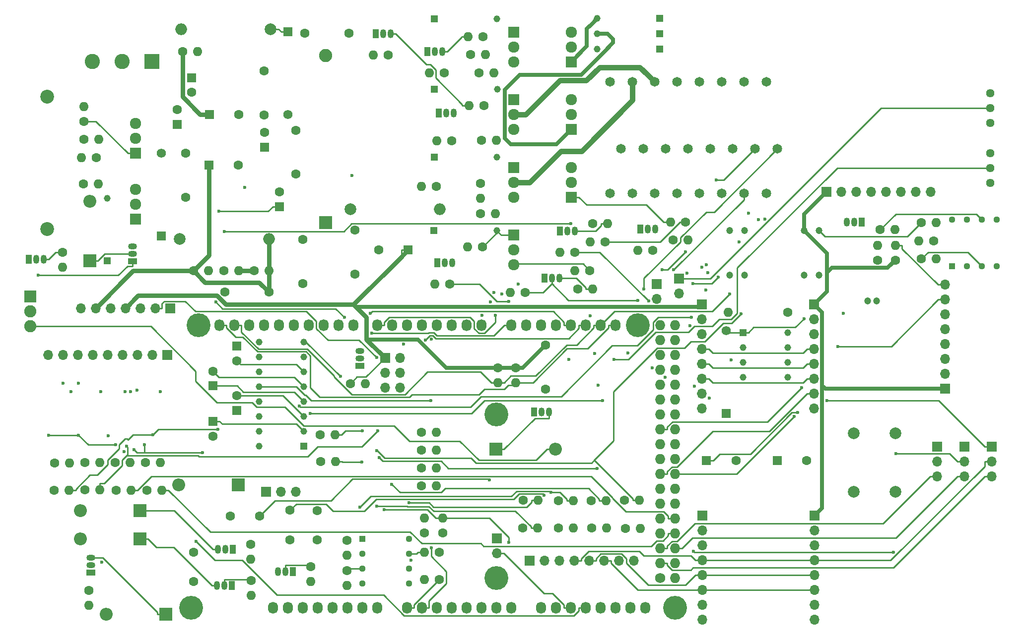
<source format=gbr>
%TF.GenerationSoftware,KiCad,Pcbnew,(6.0.0)*%
%TF.CreationDate,2022-07-15T19:40:24-07:00*%
%TF.ProjectId,AMS-Mega2560-Base,414d532d-4d65-4676-9132-3536302d4261,rev?*%
%TF.SameCoordinates,Original*%
%TF.FileFunction,Copper,L3,Inr*%
%TF.FilePolarity,Positive*%
%FSLAX46Y46*%
G04 Gerber Fmt 4.6, Leading zero omitted, Abs format (unit mm)*
G04 Created by KiCad (PCBNEW (6.0.0)) date 2022-07-15 19:40:24*
%MOMM*%
%LPD*%
G01*
G04 APERTURE LIST*
%TA.AperFunction,ComponentPad*%
%ADD10C,1.727200*%
%TD*%
%TA.AperFunction,ComponentPad*%
%ADD11O,1.727200X1.727200*%
%TD*%
%TA.AperFunction,ComponentPad*%
%ADD12O,1.727200X2.032000*%
%TD*%
%TA.AperFunction,ComponentPad*%
%ADD13C,4.064000*%
%TD*%
%TA.AperFunction,ComponentPad*%
%ADD14C,1.650000*%
%TD*%
%TA.AperFunction,ComponentPad*%
%ADD15R,1.575000X1.575000*%
%TD*%
%TA.AperFunction,ComponentPad*%
%ADD16C,1.575000*%
%TD*%
%TA.AperFunction,ComponentPad*%
%ADD17R,2.200000X2.200000*%
%TD*%
%TA.AperFunction,ComponentPad*%
%ADD18O,2.200000X2.200000*%
%TD*%
%TA.AperFunction,ComponentPad*%
%ADD19R,1.050000X1.500000*%
%TD*%
%TA.AperFunction,ComponentPad*%
%ADD20O,1.050000X1.500000*%
%TD*%
%TA.AperFunction,ComponentPad*%
%ADD21C,1.600000*%
%TD*%
%TA.AperFunction,ComponentPad*%
%ADD22O,1.600000X1.600000*%
%TD*%
%TA.AperFunction,ComponentPad*%
%ADD23R,1.920000X1.920000*%
%TD*%
%TA.AperFunction,ComponentPad*%
%ADD24C,1.920000*%
%TD*%
%TA.AperFunction,ComponentPad*%
%ADD25R,1.600000X1.600000*%
%TD*%
%TA.AperFunction,ComponentPad*%
%ADD26R,1.700000X1.700000*%
%TD*%
%TA.AperFunction,ComponentPad*%
%ADD27O,1.700000X1.700000*%
%TD*%
%TA.AperFunction,ComponentPad*%
%ADD28C,2.000000*%
%TD*%
%TA.AperFunction,ComponentPad*%
%ADD29O,2.000000X2.000000*%
%TD*%
%TA.AperFunction,ComponentPad*%
%ADD30R,1.500000X1.050000*%
%TD*%
%TA.AperFunction,ComponentPad*%
%ADD31O,1.500000X1.050000*%
%TD*%
%TA.AperFunction,ComponentPad*%
%ADD32R,2.250000X2.250000*%
%TD*%
%TA.AperFunction,ComponentPad*%
%ADD33C,2.250000*%
%TD*%
%TA.AperFunction,ComponentPad*%
%ADD34R,2.600000X2.600000*%
%TD*%
%TA.AperFunction,ComponentPad*%
%ADD35C,2.600000*%
%TD*%
%TA.AperFunction,ComponentPad*%
%ADD36C,1.200000*%
%TD*%
%TA.AperFunction,ComponentPad*%
%ADD37R,1.150000X1.150000*%
%TD*%
%TA.AperFunction,ComponentPad*%
%ADD38C,1.150000*%
%TD*%
%TA.AperFunction,ComponentPad*%
%ADD39C,1.440000*%
%TD*%
%TA.AperFunction,ComponentPad*%
%ADD40R,1.160000X1.160000*%
%TD*%
%TA.AperFunction,ComponentPad*%
%ADD41C,1.160000*%
%TD*%
%TA.AperFunction,ComponentPad*%
%ADD42R,2.085000X2.085000*%
%TD*%
%TA.AperFunction,ComponentPad*%
%ADD43C,2.085000*%
%TD*%
%TA.AperFunction,ComponentPad*%
%ADD44C,2.360000*%
%TD*%
%TA.AperFunction,ComponentPad*%
%ADD45R,1.130000X1.130000*%
%TD*%
%TA.AperFunction,ComponentPad*%
%ADD46C,1.130000*%
%TD*%
%TA.AperFunction,ViaPad*%
%ADD47C,0.600000*%
%TD*%
%TA.AperFunction,Conductor*%
%ADD48C,0.250000*%
%TD*%
%TA.AperFunction,Conductor*%
%ADD49C,0.635000*%
%TD*%
%TA.AperFunction,Conductor*%
%ADD50C,0.762000*%
%TD*%
%TA.AperFunction,Conductor*%
%ADD51C,0.889000*%
%TD*%
G04 APERTURE END LIST*
D10*
%TO.N,GND*%
%TO.C,P4*%
X178021100Y-143971900D03*
D11*
X180561100Y-143971900D03*
%TO.N,SCLK*%
X178021100Y-141431900D03*
%TO.N,unconnected-(P4-Pad4)*%
X180561100Y-141431900D03*
%TO.N,MISO*%
X178021100Y-138891900D03*
%TO.N,MOSI*%
X180561100Y-138891900D03*
%TO.N,WaterCS*%
X178021100Y-136351900D03*
%TO.N,Logging*%
X180561100Y-136351900D03*
%TO.N,LsideCS*%
X178021100Y-133811900D03*
%TO.N,IN3TTL*%
X180561100Y-133811900D03*
%TO.N,RsideCS*%
X178021100Y-131271900D03*
%TO.N,OUTPUTLED2*%
X180561100Y-131271900D03*
%TO.N,FrontCS*%
X178021100Y-128731900D03*
%TO.N,OUTPUTLED1*%
X180561100Y-128731900D03*
%TO.N,AmbientCS*%
X178021100Y-126191900D03*
%TO.N,RPMEN*%
X180561100Y-126191900D03*
%TO.N,CarbCS*%
X178021100Y-123651900D03*
%TO.N,unconnected-(P4-Pad18)*%
X180561100Y-123651900D03*
%TO.N,SDCS*%
X178021100Y-121111900D03*
%TO.N,unconnected-(P4-Pad20)*%
X180561100Y-121111900D03*
%TO.N,SDDetect*%
X178021100Y-118571900D03*
%TO.N,unconnected-(P4-Pad22)*%
X180561100Y-118571900D03*
%TO.N,unconnected-(P4-Pad23)*%
X178021100Y-116031900D03*
%TO.N,unconnected-(P4-Pad24)*%
X180561100Y-116031900D03*
%TO.N,unconnected-(P4-Pad25)*%
X178021100Y-113491900D03*
%TO.N,unconnected-(P4-Pad26)*%
X180561100Y-113491900D03*
%TO.N,unconnected-(P4-Pad27)*%
X178021100Y-110951900D03*
%TO.N,unconnected-(P4-Pad28)*%
X180561100Y-110951900D03*
%TO.N,unconnected-(P4-Pad29)*%
X178021100Y-108411900D03*
%TO.N,SWSCLK*%
X180561100Y-108411900D03*
%TO.N,unconnected-(P4-Pad31)*%
X178021100Y-105871900D03*
%TO.N,SWMISO*%
X180561100Y-105871900D03*
%TO.N,unconnected-(P4-Pad33)*%
X178021100Y-103331900D03*
%TO.N,SWMOSI*%
X180561100Y-103331900D03*
%TO.N,unconnected-(P4-Pad35)*%
X178021100Y-100791900D03*
%TO.N,unconnected-(P4-Pad36)*%
X180561100Y-100791900D03*
%TD*%
D12*
%TO.N,unconnected-(P1-Pad1)*%
%TO.C,P1*%
X111981100Y-149051900D03*
%TO.N,unconnected-(P1-Pad2)*%
X114521100Y-149051900D03*
%TO.N,unconnected-(P1-Pad3)*%
X117061100Y-149051900D03*
%TO.N,unconnected-(P1-Pad4)*%
X119601100Y-149051900D03*
%TO.N,unconnected-(P1-Pad5)*%
X122141100Y-149051900D03*
%TO.N,GND*%
X124681100Y-149051900D03*
X127221100Y-149051900D03*
%TO.N,+10V*%
X129761100Y-149051900D03*
%TD*%
%TO.N,VoltageSensor*%
%TO.C,P2*%
X134841100Y-149051900D03*
%TO.N,/A1*%
X137381100Y-149051900D03*
%TO.N,Vacuum1*%
X139921100Y-149051900D03*
%TO.N,Vacuum2*%
X142461100Y-149051900D03*
%TO.N,AltCurrent*%
X145001100Y-149051900D03*
%TO.N,FuelPressure1*%
X147541100Y-149051900D03*
%TO.N,FuelPressure2*%
X150081100Y-149051900D03*
%TO.N,OilPressure*%
X152621100Y-149051900D03*
%TD*%
%TO.N,AFR1*%
%TO.C,P3*%
X157701100Y-149051900D03*
%TO.N,AFR2*%
X160241100Y-149051900D03*
%TO.N,/A10*%
X162781100Y-149051900D03*
%TO.N,GPSBat*%
X165321100Y-149051900D03*
%TO.N,ThrottlePositionADC*%
X167861100Y-149051900D03*
%TO.N,SpareBufferedADC*%
X170401100Y-149051900D03*
%TO.N,unconnected-(P3-Pad7)*%
X172941100Y-149051900D03*
%TO.N,unconnected-(P3-Pad8)*%
X175481100Y-149051900D03*
%TD*%
%TO.N,SCL*%
%TO.C,P5*%
X102837100Y-100791900D03*
%TO.N,SDA*%
X105377100Y-100791900D03*
%TO.N,unconnected-(P5-Pad3)*%
X107917100Y-100791900D03*
%TO.N,GND*%
X110457100Y-100791900D03*
%TO.N,unconnected-(P5-Pad5)*%
X112997100Y-100791900D03*
%TO.N,unconnected-(P5-Pad6)*%
X115537100Y-100791900D03*
%TO.N,unconnected-(P5-Pad7)*%
X118077100Y-100791900D03*
%TO.N,unconnected-(P5-Pad8)*%
X120617100Y-100791900D03*
%TO.N,unconnected-(P5-Pad9)*%
X123157100Y-100791900D03*
%TO.N,OUTPUTSiren*%
X125697100Y-100791900D03*
%TD*%
%TO.N,OUTPUT4*%
%TO.C,P6*%
X129761100Y-100791900D03*
%TO.N,OUTPUT3*%
X132301100Y-100791900D03*
%TO.N,OUTPUT2*%
X134841100Y-100791900D03*
%TO.N,OUTPUT1*%
X137381100Y-100791900D03*
%TO.N,IN2TTL*%
X139921100Y-100791900D03*
%TO.N,IN1TTL*%
X142461100Y-100791900D03*
%TO.N,unconnected-(P6-Pad7)*%
X145001100Y-100791900D03*
%TO.N,unconnected-(P6-Pad8)*%
X147541100Y-100791900D03*
%TD*%
%TO.N,GPSRX*%
%TO.C,P7*%
X152621100Y-100791900D03*
%TO.N,GPSTX*%
X155161100Y-100791900D03*
%TO.N,Com1TX*%
X157701100Y-100791900D03*
%TO.N,Com1RX*%
X160241100Y-100791900D03*
%TO.N,Com2TX*%
X162781100Y-100791900D03*
%TO.N,Com2RX*%
X165321100Y-100791900D03*
%TO.N,SDA*%
X167861100Y-100791900D03*
%TO.N,SCL*%
X170401100Y-100791900D03*
%TD*%
D13*
%TO.N,unconnected-(P8-Pad1)*%
%TO.C,P8*%
X98011100Y-149051900D03*
%TD*%
%TO.N,unconnected-(P9-Pad1)*%
%TO.C,P9*%
X150081100Y-143971900D03*
%TD*%
%TO.N,unconnected-(P10-Pad1)*%
%TO.C,P10*%
X180561100Y-149051900D03*
%TD*%
%TO.N,unconnected-(P11-Pad1)*%
%TO.C,P11*%
X99281100Y-100791900D03*
%TD*%
%TO.N,unconnected-(P12-Pad1)*%
%TO.C,P12*%
X150081100Y-116031900D03*
%TD*%
%TO.N,unconnected-(P13-Pad1)*%
%TO.C,P13*%
X174211100Y-100791900D03*
%TD*%
D14*
%TO.N,Sense1-1*%
%TO.C,J4*%
X196101600Y-78302400D03*
%TO.N,SCL*%
X198001600Y-70682400D03*
%TO.N,Sense1-3*%
X196101600Y-59252400D03*
%TO.N,Sense1-4*%
X192291600Y-78302400D03*
%TO.N,SDA*%
X194191600Y-70682400D03*
%TO.N,Sense1-6*%
X192291600Y-59252400D03*
%TO.N,Sense1-7*%
X188481600Y-78302400D03*
%TO.N,Sense1-8*%
X190381600Y-70682400D03*
%TO.N,Sense1-9*%
X188481600Y-59252400D03*
%TO.N,Sense1-10*%
X184671600Y-78302400D03*
%TO.N,Sense1-11*%
X186571600Y-70682400D03*
%TO.N,Sense1-12*%
X184671600Y-59252400D03*
%TD*%
%TO.N,Sense2-1*%
%TO.C,J5*%
X180857300Y-78302400D03*
%TO.N,Sense2-2*%
X182757300Y-70682400D03*
%TO.N,Sense2-3*%
X180857300Y-59252400D03*
%TO.N,Sense2-4*%
X177047300Y-78302400D03*
%TO.N,Sense2-5*%
X178947300Y-70682400D03*
%TO.N,Sense2-6*%
X177047300Y-59252400D03*
%TO.N,Sense2-7*%
X173237300Y-78302400D03*
%TO.N,Sense2-8*%
X175137300Y-70682400D03*
%TO.N,Sense2-9*%
X173237300Y-59252400D03*
%TO.N,Sense2-10*%
X169427300Y-78302400D03*
%TO.N,Sense2-11*%
X171327300Y-70682400D03*
%TO.N,Sense2-12*%
X169427300Y-59252400D03*
%TD*%
D15*
%TO.N,Net-(D7-Pad1)*%
%TO.C,D7*%
X92892200Y-85548400D03*
D16*
%TO.N,GND*%
X92892200Y-71448400D03*
%TD*%
D17*
%TO.N,Net-(D10-Pad1)*%
%TO.C,D10*%
X149922800Y-121993000D03*
D18*
%TO.N,+3.3VP*%
X160082800Y-121993000D03*
%TD*%
D19*
%TO.N,GND*%
%TO.C,Q8*%
X160890100Y-84718700D03*
D20*
%TO.N,OUTPUTLED1*%
X162160100Y-84718700D03*
%TO.N,Net-(Q8-Pad3)*%
X163430100Y-84718700D03*
%TD*%
D21*
%TO.N,+VDC*%
%TO.C,R43*%
X168607800Y-86594000D03*
D22*
%TO.N,Net-(Q10-Pad1)*%
X166067800Y-86594000D03*
%TD*%
D17*
%TO.N,Net-(D1-Pad1)*%
%TO.C,D1*%
X80706300Y-89808700D03*
D18*
%TO.N,PowerOn*%
X80706300Y-79648700D03*
%TD*%
D19*
%TO.N,GND*%
%TO.C,Q16*%
X174624500Y-84413200D03*
D20*
%TO.N,OUTPUTSiren*%
X175894500Y-84413200D03*
%TO.N,Net-(Q16-Pad3)*%
X177164500Y-84413200D03*
%TD*%
D23*
%TO.N,Net-(Q13-Pad1)*%
%TO.C,Q13*%
X152969100Y-73847300D03*
D24*
%TO.N,Sense2-9*%
X152969100Y-76387300D03*
%TO.N,+VDC*%
X152969100Y-78927300D03*
%TD*%
D21*
%TO.N,Sense2-1*%
%TO.C,R5*%
X108144700Y-138243300D03*
D22*
%TO.N,GND*%
X108144700Y-140783300D03*
%TD*%
D21*
%TO.N,GND*%
%TO.C,R65*%
X120056900Y-124116900D03*
D22*
%TO.N,FuelPressure2*%
X122596900Y-124116900D03*
%TD*%
D21*
%TO.N,GND*%
%TO.C,R71*%
X172102200Y-135512100D03*
D22*
%TO.N,Sense1-3*%
X174642200Y-135512100D03*
%TD*%
D21*
%TO.N,Net-(Q18-Pad1)*%
%TO.C,R56*%
X180195400Y-86247700D03*
D22*
%TO.N,Net-(Q16-Pad3)*%
X182735400Y-86247700D03*
%TD*%
D23*
%TO.N,Net-(Q6-Pad1)*%
%TO.C,Q6*%
X88471600Y-71436700D03*
D24*
%TO.N,Net-(J21-Pad1)*%
X88471600Y-68896700D03*
%TO.N,Net-(Q6-Pad3)*%
X88471600Y-66356700D03*
%TD*%
D25*
%TO.N,Net-(C30-Pad1)*%
%TO.C,C30*%
X197993900Y-123904500D03*
D21*
%TO.N,GND*%
X202993900Y-123904500D03*
%TD*%
%TO.N,Net-(Q20-Pad1)*%
%TO.C,R59*%
X147774100Y-51494800D03*
D22*
%TO.N,Net-(Q19-Pad3)*%
X145234100Y-51494800D03*
%TD*%
D21*
%TO.N,Net-(Q13-Pad1)*%
%TO.C,R48*%
X147351500Y-76587800D03*
D22*
%TO.N,Net-(Q11-Pad3)*%
X147351500Y-79127800D03*
%TD*%
D21*
%TO.N,GND*%
%TO.C,R64*%
X120006400Y-119516000D03*
D22*
%TO.N,FuelPressure1*%
X122546400Y-119516000D03*
%TD*%
D21*
%TO.N,Net-(IC9-Pad5)*%
%TO.C,R22*%
X139843100Y-77085100D03*
D22*
%TO.N,GND*%
X137303100Y-77085100D03*
%TD*%
D21*
%TO.N,+VDC*%
%TO.C,R41*%
X147061400Y-57723300D03*
D22*
%TO.N,Net-(Q9-Pad1)*%
X149601400Y-57723300D03*
%TD*%
D26*
%TO.N,Net-(J24-Pad1)*%
%TO.C,J24*%
X181186800Y-92877800D03*
D27*
%TO.N,Net-(IC14-Pad1)*%
X181186800Y-95417800D03*
%TD*%
D28*
%TO.N,Net-(D7-Pad1)*%
%TO.C,L2*%
X96052200Y-86102400D03*
D29*
%TO.N,+10V*%
X111292200Y-86102400D03*
%TD*%
D21*
%TO.N,Net-(Q6-Pad1)*%
%TO.C,R21*%
X79687400Y-66002600D03*
D22*
%TO.N,GND*%
X79687400Y-63462600D03*
%TD*%
D21*
%TO.N,Net-(Q21-Pad1)*%
%TO.C,R61*%
X79730500Y-69077500D03*
D22*
%TO.N,Net-(Q5-Pad3)*%
X82270500Y-69077500D03*
%TD*%
D26*
%TO.N,+5V*%
%TO.C,T3*%
X185205600Y-133341400D03*
D27*
%TO.N,GND*%
X185205600Y-135881400D03*
%TO.N,unconnected-(T3-Pad3)*%
X185205600Y-138421400D03*
%TO.N,RTDSCLK*%
X185205600Y-140961400D03*
%TO.N,RTDMISO*%
X185205600Y-143501400D03*
%TO.N,RTDMOSI*%
X185205600Y-146041400D03*
%TO.N,RsideCS*%
X185205600Y-148581400D03*
%TO.N,unconnected-(T3-Pad8)*%
X185205600Y-151121400D03*
%TD*%
D15*
%TO.N,Net-(D8-Pad1)*%
%TO.C,D8*%
X114476300Y-50716300D03*
D16*
%TO.N,GND*%
X114476300Y-64816300D03*
%TD*%
D21*
%TO.N,+VDC*%
%TO.C,R58*%
X145684100Y-54609900D03*
D22*
%TO.N,Net-(Q20-Pad1)*%
X148224100Y-54609900D03*
%TD*%
D19*
%TO.N,GND*%
%TO.C,Q23*%
X70303900Y-89526600D03*
D20*
%TO.N,Net-(D1-Pad1)*%
X71573900Y-89526600D03*
%TO.N,Net-(Q22-Pad1)*%
X72843900Y-89526600D03*
%TD*%
D30*
%TO.N,GND*%
%TO.C,Q2*%
X80900100Y-143056000D03*
D31*
%TO.N,Sense2-10*%
X80900100Y-141786000D03*
%TO.N,Net-(D3-Pad1)*%
X80900100Y-140516000D03*
%TD*%
D32*
%TO.N,Net-(C15-Pad2)*%
%TO.C,D6*%
X120888400Y-83319600D03*
D33*
%TO.N,GND*%
X120888400Y-54719600D03*
%TD*%
D26*
%TO.N,/Sheet6152913C/RSCOM2TX*%
%TO.C,J9*%
X110783000Y-129287000D03*
D27*
%TO.N,/Sheet6152913C/RSCOM2RX*%
X113323000Y-129287000D03*
%TO.N,GND*%
X115863000Y-129287000D03*
%TD*%
D30*
%TO.N,Net-(IC12-Pad5)*%
%TO.C,U2*%
X126761900Y-107716700D03*
D31*
%TO.N,GND*%
X126761900Y-106446700D03*
%TO.N,Net-(IC12-Pad5)*%
X126761900Y-105176700D03*
%TD*%
D19*
%TO.N,/A1*%
%TO.C,Q24*%
X156465700Y-115613100D03*
D20*
%TO.N,Net-(IC19-Pad2)*%
X157735700Y-115613100D03*
%TO.N,Net-(D10-Pad1)*%
X159005700Y-115613100D03*
%TD*%
D21*
%TO.N,Net-(D9-Pad1)*%
%TO.C,L4*%
X199771300Y-98617200D03*
D22*
%TO.N,GND*%
X189611300Y-98617200D03*
%TD*%
D19*
%TO.N,GND*%
%TO.C,Q15*%
X140001700Y-90159900D03*
D20*
%TO.N,OUTPUT4*%
X141271700Y-90159900D03*
%TO.N,Net-(Q15-Pad3)*%
X142541700Y-90159900D03*
%TD*%
D21*
%TO.N,+5V*%
%TO.C,R31*%
X125172400Y-110772600D03*
D22*
%TO.N,Net-(IC12-Pad5)*%
X127712400Y-110772600D03*
%TD*%
D21*
%TO.N,GND*%
%TO.C,R67*%
X137262100Y-122136700D03*
D22*
%TO.N,ThrottlePositionADC*%
X139802100Y-122136700D03*
%TD*%
D21*
%TO.N,GND*%
%TO.C,R24*%
X103527600Y-91520800D03*
D22*
%TO.N,Net-(C19-Pad1)*%
X106067600Y-91520800D03*
%TD*%
D34*
%TO.N,Net-(J21-Pad1)*%
%TO.C,J21*%
X91265200Y-55743100D03*
D35*
%TO.N,GND*%
X86185200Y-55743100D03*
%TO.N,PowerOn*%
X81105200Y-55743100D03*
%TD*%
D26*
%TO.N,+5V*%
%TO.C,T4*%
X204282700Y-133341400D03*
D27*
%TO.N,GND*%
X204282700Y-135881400D03*
%TO.N,unconnected-(T4-Pad3)*%
X204282700Y-138421400D03*
%TO.N,RTDSCLK*%
X204282700Y-140961400D03*
%TO.N,RTDMISO*%
X204282700Y-143501400D03*
%TO.N,RTDMOSI*%
X204282700Y-146041400D03*
%TO.N,FrontCS*%
X204282700Y-148581400D03*
%TO.N,unconnected-(T4-Pad8)*%
X204282700Y-151121400D03*
%TD*%
D21*
%TO.N,Net-(C19-Pad1)*%
%TO.C,C19*%
X103764500Y-95181000D03*
%TO.N,+10V*%
X111264500Y-95181000D03*
%TD*%
D36*
%TO.N,Net-(K1-Pad1)*%
%TO.C,K1*%
X205074100Y-84663800D03*
%TO.N,+5V*%
X202534100Y-84663800D03*
%TO.N,Net-(K1-Pad6)*%
X192374100Y-84663800D03*
%TO.N,Sense2-2*%
X189834100Y-84663800D03*
X189834100Y-92283800D03*
%TO.N,unconnected-(K1-Pad9)*%
X192374100Y-92283800D03*
%TO.N,unconnected-(K1-Pad13)*%
X202534100Y-92283800D03*
%TO.N,Net-(K1-Pad1)*%
X205074100Y-92283800D03*
%TD*%
D25*
%TO.N,+VSW*%
%TO.C,C14*%
X113074300Y-80554800D03*
D21*
%TO.N,GND*%
X113074300Y-78054800D03*
%TD*%
%TO.N,OUTPUTLED2*%
%TO.C,R46*%
X154933700Y-95182900D03*
D22*
%TO.N,GND*%
X152393700Y-95182900D03*
%TD*%
D21*
%TO.N,Sense2-7*%
%TO.C,R9*%
X118390500Y-142064600D03*
D22*
%TO.N,GND*%
X118390500Y-144604600D03*
%TD*%
D21*
%TO.N,GND*%
%TO.C,R72*%
X166193800Y-130785400D03*
D22*
%TO.N,Sense1-6*%
X168733800Y-130785400D03*
%TD*%
D19*
%TO.N,GND*%
%TO.C,Q19*%
X138302400Y-54077800D03*
D20*
%TO.N,OUTPUT1*%
X139572400Y-54077800D03*
%TO.N,Net-(Q19-Pad3)*%
X140842400Y-54077800D03*
%TD*%
D26*
%TO.N,unconnected-(J6-Pad1)*%
%TO.C,J6*%
X93896800Y-105925600D03*
D27*
%TO.N,unconnected-(J6-Pad2)*%
X91356800Y-105925600D03*
%TO.N,GPSBat*%
X88816800Y-105925600D03*
%TO.N,unconnected-(J6-Pad4)*%
X86276800Y-105925600D03*
%TO.N,GPSTX*%
X83736800Y-105925600D03*
%TO.N,GPSRX*%
X81196800Y-105925600D03*
%TO.N,GND*%
X78656800Y-105925600D03*
%TO.N,+5V*%
X76116800Y-105925600D03*
%TO.N,unconnected-(J6-Pad9)*%
X73576800Y-105925600D03*
%TD*%
D21*
%TO.N,+5V*%
%TO.C,R37*%
X153369000Y-108072800D03*
D22*
%TO.N,SCL*%
X153369000Y-110612800D03*
%TD*%
D21*
%TO.N,Sense2-7*%
%TO.C,C2*%
X119512100Y-132503500D03*
%TO.N,GND*%
X119512100Y-137503500D03*
%TD*%
D23*
%TO.N,Net-(Q20-Pad1)*%
%TO.C,Q20*%
X152969100Y-50748700D03*
D24*
%TO.N,Sense2-3*%
X152969100Y-53288700D03*
%TO.N,+VDC*%
X152969100Y-55828700D03*
%TD*%
D21*
%TO.N,Net-(IC14-Pad1)*%
%TO.C,R33*%
X224611300Y-86399600D03*
D22*
%TO.N,GND*%
X222071300Y-86399600D03*
%TD*%
D26*
%TO.N,GND*%
%TO.C,J22*%
X94384900Y-97908600D03*
D27*
%TO.N,+2V5*%
X91844900Y-97908600D03*
%TO.N,+VDC*%
X89304900Y-97908600D03*
%TO.N,+5V*%
X86764900Y-97908600D03*
%TO.N,+3.3VA*%
X84224900Y-97908600D03*
%TO.N,+10V*%
X81684900Y-97908600D03*
%TO.N,+VSW*%
X79144900Y-97908600D03*
%TD*%
D21*
%TO.N,GND*%
%TO.C,R2*%
X154518800Y-135417500D03*
D22*
%TO.N,Sense1-10*%
X157058800Y-135417500D03*
%TD*%
D37*
%TO.N,+VDC*%
%TO.C,Z5*%
X139400400Y-84637100D03*
D38*
%TO.N,Net-(Q17-Pad1)*%
X150100400Y-84637100D03*
%TD*%
D21*
%TO.N,+5V*%
%TO.C,C36*%
X158411400Y-104207200D03*
%TO.N,GND*%
X158411400Y-111707200D03*
%TD*%
%TO.N,+VDC*%
%TO.C,R49*%
X165995500Y-91505500D03*
D22*
%TO.N,Net-(Q14-Pad1)*%
X163455500Y-91505500D03*
%TD*%
D15*
%TO.N,Net-(D9-Pad1)*%
%TO.C,D9*%
X189287900Y-115880600D03*
D16*
%TO.N,Net-(C30-Pad1)*%
X189287900Y-101780600D03*
%TD*%
D21*
%TO.N,+5V*%
%TO.C,R1*%
X218111900Y-89695600D03*
D22*
%TO.N,SDDetect*%
X218111900Y-87155600D03*
%TD*%
D19*
%TO.N,GND*%
%TO.C,Q12*%
X158237900Y-92748100D03*
D20*
%TO.N,OUTPUTLED2*%
X159507900Y-92748100D03*
%TO.N,Net-(Q12-Pad3)*%
X160777900Y-92748100D03*
%TD*%
D25*
%TO.N,GND*%
%TO.C,C39*%
X105777600Y-104378800D03*
D21*
%TO.N,Net-(C39-Pad2)*%
X105777600Y-106878800D03*
%TD*%
D25*
%TO.N,Net-(C40-Pad1)*%
%TO.C,C40*%
X101718200Y-117243200D03*
D21*
%TO.N,+5V*%
X101718200Y-119743200D03*
%TD*%
%TO.N,+5V*%
%TO.C,R11*%
X74694700Y-124310600D03*
D22*
%TO.N,Net-(IC7-Pad7)*%
X77234700Y-124310600D03*
%TD*%
D21*
%TO.N,Sense2-10*%
%TO.C,R8*%
X80495900Y-146081600D03*
D22*
%TO.N,GND*%
X80495900Y-148621600D03*
%TD*%
D21*
%TO.N,+VSW*%
%TO.C,C16*%
X115811000Y-75003600D03*
%TO.N,GND*%
X115811000Y-67503600D03*
%TD*%
%TO.N,Sense2-4*%
%TO.C,R10*%
X108188900Y-144400100D03*
D22*
%TO.N,GND*%
X108188900Y-146940100D03*
%TD*%
D21*
%TO.N,+VDC*%
%TO.C,R47*%
X147470900Y-69262600D03*
D22*
%TO.N,Net-(Q13-Pad1)*%
X150010900Y-69262600D03*
%TD*%
D39*
%TO.N,Net-(IC14-Pad4)*%
%TO.C,RV2*%
X234269300Y-71412700D03*
%TO.N,Net-(J31-Pad1)*%
X234269300Y-73952700D03*
%TO.N,GND*%
X234269300Y-76492700D03*
%TD*%
D21*
%TO.N,Net-(D1-Pad1)*%
%TO.C,R12*%
X79646200Y-76718500D03*
D22*
%TO.N,GND*%
X82186200Y-76718500D03*
%TD*%
D21*
%TO.N,Net-(K1-Pad1)*%
%TO.C,R32*%
X222515100Y-83302700D03*
D22*
%TO.N,Net-(IC14-Pad1)*%
X225055100Y-83302700D03*
%TD*%
D19*
%TO.N,GND*%
%TO.C,Q3*%
X115308000Y-142905600D03*
D20*
%TO.N,Sense2-7*%
X114038000Y-142905600D03*
%TO.N,Net-(D2-Pad1)*%
X112768000Y-142905600D03*
%TD*%
D40*
%TO.N,Net-(C30-Pad1)*%
%TO.C,IC13*%
X192128300Y-102051900D03*
D41*
%TO.N,Net-(C27-Pad1)*%
X192128300Y-104591900D03*
%TO.N,GND*%
X192128300Y-107131900D03*
%TO.N,Net-(C27-Pad1)*%
X192128300Y-109671900D03*
%TO.N,GND*%
X199748300Y-109671900D03*
%TO.N,Net-(C28-Pad1)*%
X199748300Y-107131900D03*
X199748300Y-104591900D03*
%TO.N,Net-(D9-Pad1)*%
X199748300Y-102051900D03*
%TD*%
D26*
%TO.N,SWMOSI*%
%TO.C,J8*%
X229872200Y-121547800D03*
D27*
%TO.N,RTDMOSI*%
X229872200Y-124087800D03*
%TO.N,MOSI*%
X229872200Y-126627800D03*
%TD*%
D21*
%TO.N,Net-(Q9-Pad1)*%
%TO.C,R42*%
X147908100Y-63328600D03*
D22*
%TO.N,Net-(Q7-Pad3)*%
X145368100Y-63328600D03*
%TD*%
D21*
%TO.N,Net-(C15-Pad1)*%
%TO.C,C15*%
X125959500Y-92097700D03*
%TO.N,Net-(C15-Pad2)*%
X125959500Y-84597700D03*
%TD*%
%TO.N,Net-(C32-Pad1)*%
%TO.C,R34*%
X222538900Y-89478600D03*
D22*
%TO.N,GND*%
X225078900Y-89478600D03*
%TD*%
D25*
%TO.N,+5V*%
%TO.C,C18*%
X134997900Y-87964700D03*
D21*
%TO.N,GND*%
X129997900Y-87964700D03*
%TD*%
D23*
%TO.N,Net-(Q17-Pad1)*%
%TO.C,Q17*%
X152969100Y-85396500D03*
D24*
%TO.N,Sense2-12*%
X152969100Y-87936500D03*
%TO.N,+VDC*%
X152969100Y-90476500D03*
%TD*%
D28*
%TO.N,Net-(C27-Pad1)*%
%TO.C,C27*%
X211031400Y-119290600D03*
%TO.N,GND*%
X211031400Y-129290600D03*
%TD*%
%TO.N,Net-(C28-Pad1)*%
%TO.C,C29*%
X218110400Y-119260900D03*
%TO.N,GND*%
X218110400Y-129260900D03*
%TD*%
D25*
%TO.N,+VSW*%
%TO.C,C13*%
X110508700Y-70406100D03*
D21*
%TO.N,GND*%
X110508700Y-67906100D03*
%TD*%
%TO.N,GND*%
%TO.C,R69*%
X137248100Y-128241300D03*
D22*
%TO.N,AFR2*%
X139788100Y-128241300D03*
%TD*%
D19*
%TO.N,GND*%
%TO.C,Q11*%
X140261800Y-64541200D03*
D20*
%TO.N,OUTPUT3*%
X141531800Y-64541200D03*
%TO.N,Net-(Q11-Pad3)*%
X142801800Y-64541200D03*
%TD*%
D21*
%TO.N,GND*%
%TO.C,R20*%
X154613400Y-130738100D03*
D22*
%TO.N,Sense1-4*%
X157153400Y-130738100D03*
%TD*%
D21*
%TO.N,GND*%
%TO.C,R66*%
X137262100Y-119061900D03*
D22*
%TO.N,SpareBufferedADC*%
X139802100Y-119061900D03*
%TD*%
D21*
%TO.N,OUTPUT3*%
%TO.C,R45*%
X142435400Y-69333500D03*
D22*
%TO.N,GND*%
X139895400Y-69333500D03*
%TD*%
D42*
%TO.N,Net-(Q22-Pad1)*%
%TO.C,Q22*%
X70584100Y-95867200D03*
D43*
%TO.N,+3.3VA*%
X70584100Y-98407200D03*
%TO.N,+3.3VP*%
X70584100Y-100947200D03*
%TD*%
D21*
%TO.N,Sense2-10*%
%TO.C,C1*%
X98393200Y-139624000D03*
%TO.N,GND*%
X98393200Y-144624000D03*
%TD*%
D17*
%TO.N,Net-(D2-Pad1)*%
%TO.C,D2*%
X106014900Y-128035400D03*
D18*
%TO.N,Net-(D2-Pad2)*%
X95854900Y-128035400D03*
%TD*%
D21*
%TO.N,+5V*%
%TO.C,R16*%
X74643200Y-128969800D03*
D22*
%TO.N,IN1TTL*%
X77183200Y-128969800D03*
%TD*%
D21*
%TO.N,Net-(C21-Pad1)*%
%TO.C,C21*%
X124890200Y-50980700D03*
%TO.N,GND*%
X117390200Y-50980700D03*
%TD*%
D26*
%TO.N,+5V*%
%TO.C,J3*%
X226581200Y-111690700D03*
D27*
%TO.N,unconnected-(J3-Pad2)*%
X226581200Y-109150700D03*
%TO.N,GND*%
X226581200Y-106610700D03*
%TO.N,SCLK*%
X226581200Y-104070700D03*
%TO.N,MISO*%
X226581200Y-101530700D03*
%TO.N,MOSI*%
X226581200Y-98990700D03*
%TO.N,SDCS*%
X226581200Y-96450700D03*
%TO.N,SDDetect*%
X226581200Y-93910700D03*
%TD*%
D21*
%TO.N,+3.3VP*%
%TO.C,R26*%
X96498000Y-54101900D03*
D22*
%TO.N,Net-(IC11-Pad1)*%
X99038000Y-54101900D03*
%TD*%
D21*
%TO.N,+5V*%
%TO.C,R18*%
X85160400Y-128969800D03*
D22*
%TO.N,IN3TTL*%
X87700400Y-128969800D03*
%TD*%
D26*
%TO.N,+5V*%
%TO.C,T2*%
X185138800Y-97249500D03*
D27*
%TO.N,GND*%
X185138800Y-99789500D03*
%TO.N,unconnected-(T2-Pad3)*%
X185138800Y-102329500D03*
%TO.N,RTDSCLK*%
X185138800Y-104869500D03*
%TO.N,RTDMISO*%
X185138800Y-107409500D03*
%TO.N,RTDMOSI*%
X185138800Y-109949500D03*
%TO.N,LsideCS*%
X185138800Y-112489500D03*
%TO.N,unconnected-(T2-Pad8)*%
X185138800Y-115029500D03*
%TD*%
D21*
%TO.N,+VSW*%
%TO.C,R27*%
X124580100Y-137553400D03*
D22*
%TO.N,Net-(IC12-Pad3)*%
X124580100Y-140093400D03*
%TD*%
D40*
%TO.N,Net-(C37-Pad1)*%
%TO.C,IC17*%
X117227000Y-121483700D03*
D41*
%TO.N,Net-(C40-Pad1)*%
X117227000Y-118943700D03*
%TO.N,Net-(C37-Pad2)*%
X117227000Y-116403700D03*
%TO.N,Net-(C38-Pad1)*%
X117227000Y-113863700D03*
%TO.N,Net-(C38-Pad2)*%
X117227000Y-111323700D03*
%TO.N,Net-(C39-Pad2)*%
X117227000Y-108783700D03*
%TO.N,/Sheet6152913C/RSCOM2TX*%
X117227000Y-106243700D03*
%TO.N,/Sheet6152913C/RSCOM2RX*%
X117227000Y-103703700D03*
%TO.N,Com2RX*%
X109607000Y-103703700D03*
%TO.N,Com2TX*%
X109607000Y-106243700D03*
%TO.N,Com1TX*%
X109607000Y-108783700D03*
%TO.N,Com1RX*%
X109607000Y-111323700D03*
%TO.N,Sense1-8*%
X109607000Y-113863700D03*
%TO.N,Sense1-11*%
X109607000Y-116403700D03*
%TO.N,GND*%
X109607000Y-118943700D03*
%TO.N,+5V*%
X109607000Y-121483700D03*
%TD*%
D21*
%TO.N,GND*%
%TO.C,R4*%
X160658800Y-135417500D03*
D22*
%TO.N,Sense1-1*%
X163198800Y-135417500D03*
%TD*%
D21*
%TO.N,GND*%
%TO.C,R30*%
X140349900Y-139564900D03*
D22*
%TO.N,+2V5*%
X137809900Y-139564900D03*
%TD*%
D37*
%TO.N,+VDC*%
%TO.C,Z1*%
X139490600Y-60519100D03*
D38*
%TO.N,Net-(Q9-Pad1)*%
X150190600Y-60519100D03*
%TD*%
D21*
%TO.N,GND*%
%TO.C,R60*%
X171913200Y-130738100D03*
D22*
%TO.N,Sense1-9*%
X174453200Y-130738100D03*
%TD*%
D21*
%TO.N,Net-(Q14-Pad1)*%
%TO.C,R50*%
X163902400Y-94613000D03*
D22*
%TO.N,Net-(Q12-Pad3)*%
X166442400Y-94613000D03*
%TD*%
D25*
%TO.N,Net-(C28-Pad1)*%
%TO.C,C28*%
X185902000Y-123934200D03*
D21*
%TO.N,GND*%
X190902000Y-123934200D03*
%TD*%
D25*
%TO.N,Net-(C38-Pad1)*%
%TO.C,C38*%
X101718200Y-111166200D03*
D21*
%TO.N,Net-(C38-Pad2)*%
X101718200Y-108666200D03*
%TD*%
D37*
%TO.N,+VDC*%
%TO.C,Z8*%
X83647500Y-89837000D03*
D38*
%TO.N,Net-(Q21-Pad1)*%
X83647500Y-79137000D03*
%TD*%
D37*
%TO.N,+VDC*%
%TO.C,Z7*%
X139423800Y-48453400D03*
D38*
%TO.N,Net-(Q20-Pad1)*%
X150123800Y-48453400D03*
%TD*%
D37*
%TO.N,+VDC*%
%TO.C,Z3*%
X139451700Y-72110600D03*
D38*
%TO.N,Net-(Q13-Pad1)*%
X150151700Y-72110600D03*
%TD*%
D44*
%TO.N,Net-(Q6-Pad3)*%
%TO.C,U1*%
X73402700Y-61747000D03*
%TO.N,+VDC*%
X73402700Y-84347000D03*
%TD*%
D39*
%TO.N,Net-(C30-Pad1)*%
%TO.C,RV1*%
X234282700Y-61210200D03*
%TO.N,Net-(J24-Pad1)*%
X234282700Y-63750200D03*
%TO.N,GND*%
X234282700Y-66290200D03*
%TD*%
D19*
%TO.N,GND*%
%TO.C,Q7*%
X129439400Y-51033300D03*
D20*
%TO.N,OUTPUT2*%
X130709400Y-51033300D03*
%TO.N,Net-(Q7-Pad3)*%
X131979400Y-51033300D03*
%TD*%
D25*
%TO.N,+3.3VP*%
%TO.C,C26*%
X101104300Y-64850900D03*
D21*
%TO.N,GND*%
X106104300Y-64850900D03*
%TD*%
%TO.N,Net-(C19-Pad1)*%
%TO.C,R25*%
X108692700Y-91511200D03*
D22*
%TO.N,+10V*%
X111232700Y-91511200D03*
%TD*%
D21*
%TO.N,Net-(C20-Pad1)*%
%TO.C,C20*%
X97028100Y-78937300D03*
%TO.N,GND*%
X97028100Y-71437300D03*
%TD*%
D26*
%TO.N,+5V*%
%TO.C,T1*%
X206318600Y-78031400D03*
D27*
%TO.N,GND*%
X208858600Y-78031400D03*
%TO.N,unconnected-(T1-Pad3)*%
X211398600Y-78031400D03*
%TO.N,RTDSCLK*%
X213938600Y-78031400D03*
%TO.N,RTDMISO*%
X216478600Y-78031400D03*
%TO.N,RTDMOSI*%
X219018600Y-78031400D03*
%TO.N,WaterCS*%
X221558600Y-78031400D03*
%TO.N,unconnected-(T1-Pad8)*%
X224098600Y-78031400D03*
%TD*%
D26*
%TO.N,SWSCLK*%
%TO.C,J1*%
X234522200Y-121547800D03*
D27*
%TO.N,RTDSCLK*%
X234522200Y-124087800D03*
%TO.N,SCLK*%
X234522200Y-126627800D03*
%TD*%
D21*
%TO.N,VoltageSensor*%
%TO.C,R29*%
X140349900Y-144204100D03*
D22*
%TO.N,GND*%
X137809900Y-144204100D03*
%TD*%
D30*
%TO.N,GND*%
%TO.C,Q5*%
X87981600Y-89848500D03*
D31*
%TO.N,Net-(D1-Pad1)*%
X87981600Y-88578500D03*
%TO.N,Net-(Q5-Pad3)*%
X87981600Y-87308500D03*
%TD*%
D21*
%TO.N,+5V*%
%TO.C,R15*%
X90206200Y-124300000D03*
D22*
%TO.N,Net-(IC7-Pad1)*%
X92746200Y-124300000D03*
%TD*%
D25*
%TO.N,+VSW*%
%TO.C,C22*%
X95632700Y-66514500D03*
D21*
%TO.N,GND*%
X95632700Y-64014500D03*
%TD*%
D45*
%TO.N,VoltageSensor*%
%TO.C,IC12*%
X127218200Y-137301300D03*
D46*
X127218200Y-139841300D03*
%TO.N,Net-(IC12-Pad3)*%
X127218200Y-142381300D03*
%TO.N,GND*%
X127218200Y-144921300D03*
%TO.N,Net-(IC12-Pad5)*%
X135158200Y-144921300D03*
X135158200Y-142381300D03*
%TO.N,+2V5*%
X135158200Y-139841300D03*
%TO.N,+5V*%
X135158200Y-137301300D03*
%TD*%
D23*
%TO.N,Net-(Q14-Pad1)*%
%TO.C,Q14*%
X162856400Y-67378000D03*
D24*
%TO.N,Sense2-8*%
X162856400Y-64838000D03*
%TO.N,+VDC*%
X162856400Y-62298000D03*
%TD*%
D25*
%TO.N,+10V*%
%TO.C,C23*%
X101039200Y-73440900D03*
D21*
%TO.N,GND*%
X106039200Y-73440900D03*
%TD*%
%TO.N,Sense2-1*%
%TO.C,C4*%
X109658300Y-133418000D03*
%TO.N,GND*%
X104658300Y-133418000D03*
%TD*%
%TO.N,+VDC*%
%TO.C,R62*%
X81820500Y-72188200D03*
D22*
%TO.N,Net-(Q21-Pad1)*%
X79280500Y-72188200D03*
%TD*%
D26*
%TO.N,+5V*%
%TO.C,T5*%
X204215900Y-97249500D03*
D27*
%TO.N,GND*%
X204215900Y-99789500D03*
%TO.N,unconnected-(T5-Pad3)*%
X204215900Y-102329500D03*
%TO.N,RTDSCLK*%
X204215900Y-104869500D03*
%TO.N,RTDMISO*%
X204215900Y-107409500D03*
%TO.N,RTDMOSI*%
X204215900Y-109949500D03*
%TO.N,AmbientCS*%
X204215900Y-112489500D03*
%TO.N,unconnected-(T5-Pad8)*%
X204215900Y-115029500D03*
%TD*%
D21*
%TO.N,Net-(IC14-Pad6)*%
%TO.C,R35*%
X215533800Y-84508000D03*
D22*
%TO.N,+VSW*%
X218073800Y-84508000D03*
%TD*%
D21*
%TO.N,+VDC*%
%TO.C,R53*%
X147321700Y-81789700D03*
D22*
%TO.N,Net-(Q17-Pad1)*%
X149861700Y-81789700D03*
%TD*%
D21*
%TO.N,+5V*%
%TO.C,R38*%
X150284600Y-108072800D03*
D22*
%TO.N,SDA*%
X150284600Y-110612800D03*
%TD*%
D21*
%TO.N,+VDC*%
%TO.C,R55*%
X182285400Y-83181700D03*
D22*
%TO.N,Net-(Q18-Pad1)*%
X179745400Y-83181700D03*
%TD*%
D26*
%TO.N,+10V*%
%TO.C,J23*%
X177429000Y-93759200D03*
D27*
%TO.N,Net-(C28-Pad1)*%
X177429000Y-96299200D03*
%TD*%
D21*
%TO.N,OUTPUTSiren*%
%TO.C,R52*%
X176759400Y-87990300D03*
D22*
%TO.N,GND*%
X174219400Y-87990300D03*
%TD*%
D21*
%TO.N,Net-(C17-Pad1)*%
%TO.C,C17*%
X117048200Y-86173200D03*
%TO.N,GND*%
X117048200Y-93673200D03*
%TD*%
%TO.N,Net-(Q10-Pad1)*%
%TO.C,R44*%
X166497800Y-83480000D03*
D22*
%TO.N,Net-(Q8-Pad3)*%
X169037800Y-83480000D03*
%TD*%
D17*
%TO.N,Net-(D5-Pad1)*%
%TO.C,D5*%
X89215600Y-132497900D03*
D18*
%TO.N,Net-(D5-Pad2)*%
X79055600Y-132497900D03*
%TD*%
D36*
%TO.N,Net-(C32-Pad1)*%
%TO.C,C32*%
X213364300Y-96645700D03*
%TO.N,GND*%
X214864300Y-96645700D03*
%TD*%
D19*
%TO.N,GND*%
%TO.C,Q25*%
X212398800Y-83214400D03*
D20*
%TO.N,RPMEN*%
X211128800Y-83214400D03*
%TO.N,Net-(K1-Pad6)*%
X209858800Y-83214400D03*
%TD*%
D23*
%TO.N,Net-(Q21-Pad1)*%
%TO.C,Q21*%
X88471600Y-82669100D03*
D24*
%TO.N,+VSW*%
X88471600Y-80129100D03*
%TO.N,+VDC*%
X88471600Y-77589100D03*
%TD*%
D25*
%TO.N,+VDC*%
%TO.C,C25*%
X98051600Y-58524400D03*
D21*
%TO.N,GND*%
X98051600Y-61024400D03*
%TD*%
%TO.N,+5V*%
%TO.C,R19*%
X90456400Y-128969800D03*
D22*
%TO.N,Logging*%
X92996400Y-128969800D03*
%TD*%
D21*
%TO.N,GND*%
%TO.C,R68*%
X137247800Y-125193500D03*
D22*
%TO.N,AltCurrent*%
X139787800Y-125193500D03*
%TD*%
D21*
%TO.N,RPMEN*%
%TO.C,R70*%
X215032600Y-89695600D03*
D22*
%TO.N,GND*%
X215032600Y-87155600D03*
%TD*%
D21*
%TO.N,GND*%
%TO.C,R6*%
X140895900Y-136279400D03*
D22*
%TO.N,OilPressure*%
X140895900Y-133739400D03*
%TD*%
D21*
%TO.N,Net-(Q17-Pad1)*%
%TO.C,R54*%
X147711900Y-87463200D03*
D22*
%TO.N,Net-(Q15-Pad3)*%
X145171900Y-87463200D03*
%TD*%
D21*
%TO.N,GND*%
%TO.C,R3*%
X160616300Y-130785400D03*
D22*
%TO.N,Sense1-7*%
X163156300Y-130785400D03*
%TD*%
D21*
%TO.N,Net-(IC12-Pad3)*%
%TO.C,R28*%
X124586900Y-142739400D03*
D22*
%TO.N,GND*%
X124586900Y-145279400D03*
%TD*%
D26*
%TO.N,+5V*%
%TO.C,J7*%
X131045500Y-106400900D03*
D27*
%TO.N,+10V*%
X133585500Y-106400900D03*
%TO.N,Vacuum1*%
X131045500Y-108940900D03*
%TO.N,+2V5*%
X133585500Y-108940900D03*
%TO.N,Vacuum2*%
X131045500Y-111480900D03*
%TO.N,GND*%
X133585500Y-111480900D03*
%TD*%
D21*
%TO.N,OUTPUTLED1*%
%TO.C,R40*%
X163398800Y-88349200D03*
D22*
%TO.N,GND*%
X160858800Y-88349200D03*
%TD*%
D21*
%TO.N,Net-(C24-Pad1)*%
%TO.C,C24*%
X110383600Y-57414700D03*
%TO.N,GND*%
X110383600Y-64914700D03*
%TD*%
%TO.N,OUTPUT2*%
%TO.C,R39*%
X131603800Y-54678100D03*
D22*
%TO.N,GND*%
X129063800Y-54678100D03*
%TD*%
D21*
%TO.N,OUTPUT4*%
%TO.C,R51*%
X142096800Y-93759800D03*
D22*
%TO.N,GND*%
X139556800Y-93759800D03*
%TD*%
D26*
%TO.N,SWMISO*%
%TO.C,J2*%
X225222200Y-121547800D03*
D27*
%TO.N,RTDMISO*%
X225222200Y-124087800D03*
%TO.N,MISO*%
X225222200Y-126627800D03*
%TD*%
D23*
%TO.N,Net-(Q9-Pad1)*%
%TO.C,Q9*%
X152969100Y-62298000D03*
D24*
%TO.N,Sense2-6*%
X152969100Y-64838000D03*
%TO.N,+VDC*%
X152969100Y-67378000D03*
%TD*%
D26*
%TO.N,Net-(J31-Pad1)*%
%TO.C,J31*%
X150145600Y-137205600D03*
D27*
%TO.N,/A10*%
X150145600Y-139745600D03*
%TD*%
D21*
%TO.N,Sense2-4*%
%TO.C,C3*%
X114841200Y-132433600D03*
%TO.N,GND*%
X114841200Y-137433600D03*
%TD*%
%TO.N,+5V*%
%TO.C,R13*%
X79847600Y-124300000D03*
D22*
%TO.N,Net-(IC7-Pad5)*%
X82387600Y-124300000D03*
%TD*%
D17*
%TO.N,Net-(D4-Pad1)*%
%TO.C,D4*%
X89215600Y-137290500D03*
D18*
%TO.N,Net-(D4-Pad2)*%
X79055600Y-137290500D03*
%TD*%
D21*
%TO.N,GND*%
%TO.C,R36*%
X166288400Y-135464800D03*
D22*
%TO.N,Sense1-12*%
X168828400Y-135464800D03*
%TD*%
D26*
%TO.N,+5V*%
%TO.C,T6*%
X155695300Y-141069100D03*
D27*
%TO.N,GND*%
X158235300Y-141069100D03*
%TO.N,unconnected-(T6-Pad3)*%
X160775300Y-141069100D03*
%TO.N,RTDSCLK*%
X163315300Y-141069100D03*
%TO.N,RTDMISO*%
X165855300Y-141069100D03*
%TO.N,RTDMOSI*%
X168395300Y-141069100D03*
%TO.N,CarbCS*%
X170935300Y-141069100D03*
%TO.N,unconnected-(T6-Pad8)*%
X173475300Y-141069100D03*
%TD*%
D21*
%TO.N,+5V*%
%TO.C,R17*%
X79880700Y-128961300D03*
D22*
%TO.N,IN2TTL*%
X82420700Y-128961300D03*
%TD*%
D21*
%TO.N,Net-(Q22-Pad1)*%
%TO.C,R63*%
X76015800Y-88348200D03*
D22*
%TO.N,+3.3VP*%
X76015800Y-90888200D03*
%TD*%
D19*
%TO.N,GND*%
%TO.C,Q1*%
X105116400Y-139102200D03*
D20*
%TO.N,Sense2-1*%
X103846400Y-139102200D03*
%TO.N,Net-(D5-Pad1)*%
X102576400Y-139102200D03*
%TD*%
D21*
%TO.N,+10V*%
%TO.C,R23*%
X98369900Y-91532800D03*
D22*
%TO.N,Net-(IC10-Pad1)*%
X100909900Y-91532800D03*
%TD*%
D25*
%TO.N,Net-(C37-Pad1)*%
%TO.C,C37*%
X105777600Y-115358800D03*
D21*
%TO.N,Net-(C37-Pad2)*%
X105777600Y-112858800D03*
%TD*%
D28*
%TO.N,Net-(C15-Pad2)*%
%TO.C,L1*%
X125176300Y-81011700D03*
D29*
%TO.N,+5V*%
X140416300Y-81011700D03*
%TD*%
D19*
%TO.N,GND*%
%TO.C,Q4*%
X104959000Y-145284700D03*
D20*
%TO.N,Sense2-4*%
X103689000Y-145284700D03*
%TO.N,Net-(D4-Pad1)*%
X102419000Y-145284700D03*
%TD*%
D45*
%TO.N,Net-(IC14-Pad1)*%
%TO.C,IC14*%
X227755400Y-90720400D03*
D46*
%TO.N,Net-(C31-Pad1)*%
X230295400Y-90720400D03*
%TO.N,Net-(C32-Pad1)*%
X232835400Y-90720400D03*
%TO.N,Net-(IC14-Pad4)*%
X235375400Y-90720400D03*
%TO.N,+VSW*%
X235375400Y-82780400D03*
%TO.N,Net-(IC14-Pad6)*%
X232835400Y-82780400D03*
%TO.N,Net-(IC14-Pad4)*%
X230295400Y-82780400D03*
%TO.N,GND*%
X227755400Y-82780400D03*
%TD*%
D21*
%TO.N,GND*%
%TO.C,R7*%
X137809900Y-136273900D03*
D22*
%TO.N,AFR1*%
X137809900Y-133733900D03*
%TD*%
D23*
%TO.N,Net-(Q10-Pad1)*%
%TO.C,Q10*%
X162809300Y-55828700D03*
D24*
%TO.N,Sense2-11*%
X162809300Y-53288700D03*
%TO.N,+VDC*%
X162809300Y-50748700D03*
%TD*%
D28*
%TO.N,Net-(D8-Pad1)*%
%TO.C,L3*%
X111539800Y-50273700D03*
D29*
%TO.N,+3.3VP*%
X96299800Y-50273700D03*
%TD*%
D23*
%TO.N,Net-(Q18-Pad1)*%
%TO.C,Q18*%
X162856400Y-78927300D03*
D24*
%TO.N,Sense2-5*%
X162856400Y-76387300D03*
%TO.N,+VDC*%
X162856400Y-73847300D03*
%TD*%
D17*
%TO.N,Net-(D3-Pad1)*%
%TO.C,D3*%
X93649500Y-150182100D03*
D18*
%TO.N,Net-(D3-Pad2)*%
X83489500Y-150182100D03*
%TD*%
D21*
%TO.N,+5V*%
%TO.C,R14*%
X85053400Y-124300000D03*
D22*
%TO.N,Net-(IC7-Pad3)*%
X87593400Y-124300000D03*
%TD*%
D21*
%TO.N,OUTPUT1*%
%TO.C,R57*%
X141143800Y-57709500D03*
D22*
%TO.N,GND*%
X138603800Y-57709500D03*
%TD*%
D37*
%TO.N,+VDC*%
%TO.C,Z2*%
X177929300Y-48427000D03*
D38*
%TO.N,Net-(Q10-Pad1)*%
X167229300Y-48427000D03*
%TD*%
D37*
%TO.N,+VDC*%
%TO.C,Z6*%
X177929300Y-53623000D03*
D38*
%TO.N,Net-(Q18-Pad1)*%
X167229300Y-53623000D03*
%TD*%
D37*
%TO.N,+VDC*%
%TO.C,Z4*%
X177929300Y-51059400D03*
D38*
%TO.N,Net-(Q14-Pad1)*%
X167229300Y-51059400D03*
%TD*%
D47*
%TO.N,GND*%
X78790500Y-119627600D03*
X73710300Y-119627600D03*
X90003300Y-121230000D03*
X86535800Y-122398100D03*
X71921100Y-92287100D03*
X88227800Y-122082700D03*
X99885200Y-122596500D03*
X166780300Y-105632500D03*
X153749900Y-93826600D03*
X85089700Y-121256300D03*
%TO.N,Net-(J31-Pad1)*%
X170132600Y-106666900D03*
%TO.N,Net-(C15-Pad2)*%
X125393000Y-75213100D03*
%TO.N,Net-(D2-Pad2)*%
X86756000Y-112141900D03*
%TO.N,Net-(D3-Pad2)*%
X88790200Y-111911000D03*
X82764500Y-141249200D03*
%TO.N,Net-(D4-Pad2)*%
X78787900Y-110720900D03*
%TO.N,GPSRX*%
X128764500Y-102168500D03*
%TO.N,FuelPressure2*%
X127090500Y-124155000D03*
%TO.N,FuelPressure1*%
X127178200Y-118854900D03*
%TO.N,OilPressure*%
X152188200Y-137925000D03*
X130950500Y-132325700D03*
%TO.N,SCL*%
X175231900Y-94662900D03*
%TO.N,SDA*%
X187538800Y-76015700D03*
X189799300Y-95515000D03*
%TO.N,WaterCS*%
X183626600Y-139449900D03*
X217743900Y-139630300D03*
%TO.N,Net-(IC7-Pad1)*%
X92718500Y-112130000D03*
%TO.N,+2V5*%
X129639900Y-106347400D03*
%TO.N,Net-(C19-Pad1)*%
X107083000Y-77289400D03*
%TO.N,Net-(IC7-Pad3)*%
X87638500Y-112166100D03*
%TO.N,Net-(IC7-Pad7)*%
X77478500Y-112148500D03*
%TO.N,GPSBat*%
X98856000Y-137745100D03*
%TO.N,Net-(C28-Pad1)*%
X201464300Y-115722100D03*
%TO.N,Net-(C30-Pad1)*%
X190133400Y-106772700D03*
X202507700Y-99673100D03*
%TO.N,Net-(D5-Pad2)*%
X76169200Y-110720900D03*
%TO.N,Net-(IC7-Pad5)*%
X82558500Y-112147200D03*
%TO.N,IN3TTL*%
X83800400Y-119679700D03*
%TO.N,IN2TTL*%
X129799200Y-118880400D03*
X138953300Y-103193300D03*
X86942100Y-121511400D03*
%TO.N,IN1TTL*%
X91486900Y-119536500D03*
X102537900Y-118613200D03*
%TO.N,/A1*%
X138939800Y-138856100D03*
%TO.N,/Sheet6152913C/RSCOM2RX*%
X123432300Y-109569400D03*
%TO.N,RPMEN*%
X200839200Y-116393500D03*
%TO.N,Com2RX*%
X137911900Y-103328100D03*
%TO.N,Sense2-1*%
X182330400Y-88296500D03*
X178289300Y-91327000D03*
X148854600Y-127239200D03*
%TO.N,Sense2-4*%
X172486409Y-105553819D03*
X167391500Y-111041600D03*
X182545100Y-91926200D03*
X158209000Y-129818700D03*
%TO.N,Com2TX*%
X128507100Y-98813300D03*
%TO.N,Com1RX*%
X138872900Y-113656700D03*
%TO.N,Sense2-7*%
X147624900Y-99119200D03*
X150943700Y-95450300D03*
%TO.N,Sense2-10*%
X162733400Y-83451500D03*
X103684300Y-84769800D03*
%TO.N,Sense1-1*%
X183802800Y-111193900D03*
X194752900Y-82759400D03*
%TO.N,Sense1-3*%
X195846400Y-82691000D03*
%TO.N,Sense1-4*%
X135168800Y-131134200D03*
X180288900Y-91355900D03*
%TO.N,Sense1-7*%
X183610900Y-93657600D03*
X159386800Y-129339300D03*
X187857200Y-92611100D03*
X126766500Y-131885700D03*
%TO.N,Sense1-10*%
X129667900Y-131686900D03*
X185133700Y-90868500D03*
X176627700Y-108109500D03*
%TO.N,Sense1-11*%
X183308200Y-99474000D03*
X116427100Y-114644600D03*
X186140800Y-91843700D03*
%TO.N,SDCS*%
X208297200Y-104422100D03*
%TO.N,SDDetect*%
X202099100Y-111481100D03*
%TO.N,Vacuum1*%
X135459500Y-140977300D03*
%TO.N,OUTPUTLED2*%
X174196800Y-96546400D03*
%TO.N,OUTPUTLED1*%
X176041300Y-96693700D03*
%TO.N,OUTPUTSiren*%
X166022200Y-99186700D03*
%TO.N,OUTPUT4*%
X149848600Y-99111000D03*
X152156500Y-96749100D03*
%TO.N,OUTPUT3*%
X149632400Y-95253500D03*
%TO.N,OUTPUT2*%
X124129000Y-99472400D03*
X102213100Y-96849600D03*
%TO.N,OUTPUT1*%
X149060100Y-96797200D03*
%TO.N,Sense1-6*%
X185811400Y-94841900D03*
X132177800Y-127964100D03*
X191445100Y-86545900D03*
%TO.N,+VSW*%
X134180800Y-104050400D03*
X102686600Y-81371200D03*
%TO.N,Net-(IC19-Pad2)*%
X162410600Y-106675000D03*
%TO.N,Sense1-9*%
X129650900Y-122205000D03*
X191771100Y-98899200D03*
%TO.N,Sense1-12*%
X178841500Y-109731400D03*
X167245900Y-125276700D03*
X185855200Y-90458000D03*
X130030200Y-123407500D03*
%TO.N,Sense1-8*%
X168207300Y-113662300D03*
X183066400Y-100866400D03*
X193058600Y-81702600D03*
X118323900Y-115909100D03*
%TO.N,SWSCLK*%
X206434100Y-113714800D03*
%TO.N,RTDSCLK*%
X186331100Y-113223600D03*
X209194000Y-98811500D03*
%TO.N,RTDMOSI*%
X218207700Y-122723000D03*
%TD*%
D48*
%TO.N,GND*%
X87981600Y-90698600D02*
X87131500Y-90698600D01*
X99885200Y-122596500D02*
X90003300Y-122596500D01*
X78790500Y-119627600D02*
X73710300Y-119627600D01*
X90003300Y-122596500D02*
X88741600Y-122596500D01*
X85089700Y-121256300D02*
X80419200Y-121256300D01*
X87131500Y-90698600D02*
X85543000Y-92287100D01*
X80419200Y-121256300D02*
X78790500Y-119627600D01*
X87981600Y-89848500D02*
X87981600Y-90698600D01*
X85543000Y-92287100D02*
X71921100Y-92287100D01*
X88741600Y-122596500D02*
X88227800Y-122082700D01*
X90003300Y-122596500D02*
X90003300Y-121230000D01*
D49*
%TO.N,+5V*%
X204216000Y-97249500D02*
X206410000Y-95055600D01*
D48*
X134997900Y-87964700D02*
X133872800Y-87964700D01*
D49*
X204899500Y-97933000D02*
X204216000Y-97249500D01*
D50*
X125701000Y-97261100D02*
X133448500Y-89514100D01*
X133448500Y-89514100D02*
X134998000Y-87964700D01*
D48*
X202534000Y-83239800D02*
X202534100Y-83239900D01*
D49*
X207242000Y-91012600D02*
X206410000Y-91845000D01*
X205583000Y-98616500D02*
X204899500Y-97933000D01*
X218111900Y-89695700D02*
X216795000Y-91012600D01*
D50*
X102384000Y-95752800D02*
X103892000Y-97261100D01*
D48*
X126297000Y-109648000D02*
X127798000Y-109648000D01*
D49*
X136641000Y-103226000D02*
X141488000Y-108073000D01*
D48*
X133872800Y-89089800D02*
X133872800Y-87964700D01*
D49*
X153369000Y-108073000D02*
X154546000Y-108073000D01*
X206410000Y-95055600D02*
X206410000Y-91845000D01*
X206410000Y-88539500D02*
X202534000Y-84663800D01*
X154546000Y-108073000D02*
X158411000Y-104207000D01*
X126107000Y-97666200D02*
X125701000Y-97261100D01*
X150284600Y-108073000D02*
X153369000Y-108073000D01*
D50*
X125701000Y-97261100D02*
X127871000Y-99430400D01*
D49*
X205583000Y-111116000D02*
X205583000Y-98616500D01*
D48*
X202534100Y-83239900D02*
X202534100Y-84663800D01*
D49*
X141488000Y-108073000D02*
X150284600Y-108073000D01*
X202534000Y-83239800D02*
X202534000Y-81815900D01*
D50*
X86764900Y-97908600D02*
X88920700Y-95752800D01*
D49*
X216795000Y-91012600D02*
X207242000Y-91012600D01*
X206158000Y-111691000D02*
X205583000Y-111116000D01*
X226581000Y-111691000D02*
X206158000Y-111691000D01*
D50*
X127871000Y-99430400D02*
X127871000Y-103226000D01*
D49*
X206410000Y-91845000D02*
X206410000Y-88539500D01*
D50*
X127871000Y-103226000D02*
X131045700Y-106400700D01*
D48*
X127798000Y-109648000D02*
X131046000Y-106401000D01*
D49*
X205583000Y-111116000D02*
X205583000Y-132041000D01*
D50*
X103892000Y-97261100D02*
X125701000Y-97261100D01*
D49*
X184722000Y-97666200D02*
X126107000Y-97666200D01*
D48*
X125172400Y-110772600D02*
X126297000Y-109648000D01*
D49*
X202534000Y-81815900D02*
X206318800Y-78031600D01*
D50*
X88920700Y-95752800D02*
X102384000Y-95752800D01*
D49*
X205583000Y-132041000D02*
X204283000Y-133341000D01*
D48*
X133448500Y-89514100D02*
X133872800Y-89089800D01*
D49*
X202534000Y-84663800D02*
X202534000Y-83239800D01*
X127871000Y-103226000D02*
X136641000Y-103226000D01*
D50*
%TO.N,+10V*%
X101039000Y-81152200D02*
X101039000Y-88863500D01*
D48*
X101039200Y-81152000D02*
X101039200Y-73440900D01*
D50*
X98369900Y-91532800D02*
X88060700Y-91532800D01*
X100346000Y-93509000D02*
X98369900Y-91532800D01*
X109592000Y-93509000D02*
X100346000Y-93509000D01*
D48*
X101039000Y-81152200D02*
X101039200Y-81152000D01*
D50*
X101039000Y-88863500D02*
X98369900Y-91532800D01*
X111264000Y-91543000D02*
X111264000Y-95181000D01*
X111233000Y-86161900D02*
X111233000Y-91511200D01*
X88060700Y-91532800D02*
X81684900Y-97908600D01*
X111264000Y-95181000D02*
X109592000Y-93509000D01*
X101039000Y-73440900D02*
X101039000Y-81152200D01*
D48*
%TO.N,+VDC*%
X181376900Y-83181700D02*
X177964600Y-86594000D01*
X165995500Y-91505500D02*
X164824100Y-90334100D01*
X177964600Y-86594000D02*
X168607800Y-86594000D01*
X164824100Y-90334100D02*
X153111500Y-90334100D01*
X182285400Y-83181700D02*
X181376900Y-83181700D01*
%TO.N,Net-(D10-Pad1)*%
X159005700Y-115613100D02*
X159005700Y-116688200D01*
X159005700Y-116688200D02*
X156652700Y-116688200D01*
X149922800Y-121993000D02*
X151347900Y-121993000D01*
X156652700Y-116688200D02*
X151347900Y-121993000D01*
%TO.N,Net-(J31-Pad1)*%
X177245400Y-101980700D02*
X182836100Y-101980700D01*
X208193200Y-73952700D02*
X234269300Y-73952700D01*
X190096400Y-99784000D02*
X191130400Y-98750000D01*
X172559200Y-106666900D02*
X177245400Y-101980700D01*
X170132600Y-106666900D02*
X172559200Y-106666900D01*
X188026700Y-99784000D02*
X190096400Y-99784000D01*
X191130400Y-91015500D02*
X208193200Y-73952700D01*
X186846000Y-100964700D02*
X188026700Y-99784000D01*
X191130400Y-98750000D02*
X191130400Y-91015500D01*
X182836100Y-101980700D02*
X183852100Y-100964700D01*
X183852100Y-100964700D02*
X186846000Y-100964700D01*
%TO.N,Net-(K1-Pad1)*%
X222515100Y-83302700D02*
X220141300Y-85676500D01*
X220141300Y-85676500D02*
X206086800Y-85676500D01*
X206086800Y-85676500D02*
X205074100Y-84663800D01*
%TO.N,SCLK*%
X183586800Y-142231400D02*
X217743500Y-142231400D01*
X183195900Y-142622300D02*
X183586800Y-142231400D01*
X234522200Y-126627800D02*
X233347100Y-126627800D01*
X217743500Y-142231400D02*
X233347100Y-126627800D01*
X179209800Y-141803400D02*
X180028700Y-142622300D01*
X180028700Y-142622300D02*
X183195900Y-142622300D01*
X178021100Y-141431900D02*
X179209800Y-141431900D01*
X179209800Y-141431900D02*
X179209800Y-141803400D01*
%TO.N,MOSI*%
X183490300Y-137151400D02*
X181749800Y-138891900D01*
X229872200Y-126627800D02*
X228697100Y-126627800D01*
X180561100Y-138891900D02*
X181749800Y-138891900D01*
X218173500Y-137151400D02*
X183490300Y-137151400D01*
X228697100Y-126627800D02*
X218173500Y-137151400D01*
%TO.N,MISO*%
X183951900Y-134644000D02*
X216030900Y-134644000D01*
X180026900Y-137703200D02*
X180892700Y-137703200D01*
X179209800Y-138891900D02*
X179209800Y-138520300D01*
X180892700Y-137703200D02*
X183951900Y-134644000D01*
X178021100Y-138891900D02*
X179209800Y-138891900D01*
X225222200Y-126627800D02*
X224047100Y-126627800D01*
X179209800Y-138520300D02*
X180026900Y-137703200D01*
X216030900Y-134644000D02*
X224047100Y-126627800D01*
%TO.N,Net-(D3-Pad1)*%
X82915400Y-140516000D02*
X80900100Y-140516000D01*
X92224400Y-150182100D02*
X92224400Y-149825000D01*
X93649500Y-150182100D02*
X92224400Y-150182100D01*
X92224400Y-149825000D02*
X82915400Y-140516000D01*
%TO.N,Net-(D8-Pad1)*%
X114476300Y-50716300D02*
X113363700Y-50716300D01*
X112921100Y-50273700D02*
X113363700Y-50716300D01*
X111539800Y-50273700D02*
X112921100Y-50273700D01*
%TO.N,GPSRX*%
X138457500Y-102168500D02*
X138507900Y-102118100D01*
X128764500Y-102168500D02*
X138457500Y-102168500D01*
X149605700Y-102618600D02*
X151432400Y-100791900D01*
X138507900Y-102118100D02*
X139398800Y-102118100D01*
X152621100Y-100791900D02*
X151432400Y-100791900D01*
X139899300Y-102618600D02*
X149605700Y-102618600D01*
X139398800Y-102118100D02*
X139899300Y-102618600D01*
%TO.N,FuelPressure2*%
X123722000Y-124116900D02*
X123760100Y-124155000D01*
X122596900Y-124116900D02*
X123722000Y-124116900D01*
X123760100Y-124155000D02*
X127090500Y-124155000D01*
%TO.N,FuelPressure1*%
X123671500Y-119516000D02*
X124332600Y-118854900D01*
X122546400Y-119516000D02*
X123671500Y-119516000D01*
X124332600Y-118854900D02*
X127178200Y-118854900D01*
%TO.N,OilPressure*%
X139685600Y-133739400D02*
X140895900Y-133739400D01*
X148891800Y-133739400D02*
X152188200Y-137035800D01*
X152188200Y-137035800D02*
X152188200Y-137925000D01*
X138271900Y-132325700D02*
X139685600Y-133739400D01*
X140895900Y-133739400D02*
X148891800Y-133739400D01*
X130950500Y-132325700D02*
X138271900Y-132325700D01*
%TO.N,SCL*%
X104025800Y-100791900D02*
X104025800Y-101275700D01*
X153369000Y-110612800D02*
X156285500Y-110612800D01*
X147106500Y-112665800D02*
X148034300Y-111738000D01*
X175231900Y-92805400D02*
X175231900Y-94662900D01*
X181465400Y-86571900D02*
X175231900Y-92805400D01*
X169212400Y-101275600D02*
X165665100Y-104822900D01*
X109287000Y-105338500D02*
X117603100Y-105338500D01*
X119943200Y-113115900D02*
X135205500Y-113115900D01*
X181465400Y-85856400D02*
X181465400Y-86571900D01*
X118337900Y-106073300D02*
X118337900Y-111510600D01*
X135655600Y-112665800D02*
X147106500Y-112665800D01*
X165665100Y-104822900D02*
X162075400Y-104822900D01*
X162075400Y-104822900D02*
X156285500Y-110612800D01*
X198001600Y-70682400D02*
X187200600Y-81483400D01*
X118337900Y-111510600D02*
X119943200Y-113115900D01*
X185838400Y-81483400D02*
X181465400Y-85856400D01*
X135205500Y-113115900D02*
X135655600Y-112665800D01*
X152098700Y-111063000D02*
X153203300Y-111063000D01*
X105602700Y-102852600D02*
X106801100Y-102852600D01*
X151423700Y-111738000D02*
X152098700Y-111063000D01*
X187200600Y-81483400D02*
X185838400Y-81483400D01*
X104025800Y-101275700D02*
X105602700Y-102852600D01*
X170401100Y-100791900D02*
X169212400Y-100791900D01*
X117603100Y-105338500D02*
X118337900Y-106073300D01*
X169212400Y-100791900D02*
X169212400Y-101275600D01*
X102837100Y-100791900D02*
X104025800Y-100791900D01*
X148034300Y-111738000D02*
X151423700Y-111738000D01*
X106801100Y-102852600D02*
X109287000Y-105338500D01*
%TO.N,SDA*%
X194191600Y-70682400D02*
X188858300Y-76015700D01*
X170228400Y-98424600D02*
X167861100Y-100791900D01*
X189799300Y-95515000D02*
X186889700Y-98424600D01*
X186889700Y-98424600D02*
X170228400Y-98424600D01*
X162048100Y-104213600D02*
X156774000Y-109487700D01*
X105377100Y-100791900D02*
X106565800Y-100791900D01*
X109473500Y-104888300D02*
X106565800Y-101980600D01*
X163733000Y-104213600D02*
X162048100Y-104213600D01*
X149159500Y-110612800D02*
X147331100Y-108784400D01*
X134437600Y-112665800D02*
X125421600Y-112665800D01*
X166672400Y-100791900D02*
X166672400Y-101274200D01*
X138319000Y-108784400D02*
X134437600Y-112665800D01*
X166672400Y-101274200D02*
X163733000Y-104213600D01*
X152534800Y-109487700D02*
X151409700Y-110612800D01*
X125421600Y-112665800D02*
X122365700Y-109609900D01*
X150284600Y-110612800D02*
X149159500Y-110612800D01*
X122365700Y-109609900D02*
X122365700Y-109433500D01*
X117820500Y-104888300D02*
X109473500Y-104888300D01*
X156774000Y-109487700D02*
X152534800Y-109487700D01*
X122365700Y-109433500D02*
X117820500Y-104888300D01*
X188858300Y-76015700D02*
X187538800Y-76015700D01*
X167861100Y-100791900D02*
X166672400Y-100791900D01*
X106565800Y-101980600D02*
X106565800Y-100791900D01*
X147331100Y-108784400D02*
X138319000Y-108784400D01*
X150847200Y-110612800D02*
X151409700Y-110612800D01*
%TO.N,WaterCS*%
X217743900Y-139630300D02*
X183807000Y-139630300D01*
X183807000Y-139630300D02*
X183626600Y-139449900D01*
%TO.N,Net-(C38-Pad1)*%
X106902800Y-112228900D02*
X115592200Y-112228900D01*
X105840100Y-111166200D02*
X106902800Y-112228900D01*
X101718200Y-111166200D02*
X105840100Y-111166200D01*
X115592200Y-112228900D02*
X117227000Y-113863700D01*
%TO.N,AmbientCS*%
X204215900Y-112489500D02*
X203040800Y-112489500D01*
X196574300Y-118956000D02*
X186945800Y-118956000D01*
X180026900Y-125003200D02*
X179209800Y-125820300D01*
X186945800Y-118956000D02*
X180898600Y-125003200D01*
X180898600Y-125003200D02*
X180026900Y-125003200D01*
X178021100Y-126191900D02*
X179209800Y-126191900D01*
X203040800Y-112489500D02*
X196574300Y-118956000D01*
X179209800Y-125820300D02*
X179209800Y-126191900D01*
%TO.N,Logging*%
X179372400Y-136351900D02*
X179372400Y-136721300D01*
X147880800Y-138562100D02*
X147409300Y-138090600D01*
X180561100Y-136351900D02*
X179372400Y-136351900D01*
X178471800Y-137621900D02*
X177363900Y-137621900D01*
X176423700Y-138562100D02*
X147880800Y-138562100D01*
X177363900Y-137621900D02*
X176423700Y-138562100D01*
X179372400Y-136721300D02*
X178471800Y-137621900D01*
X137316200Y-138090600D02*
X135329200Y-136103600D01*
X135329200Y-136103600D02*
X101255300Y-136103600D01*
X101255300Y-136103600D02*
X94121500Y-128969800D01*
X147409300Y-138090600D02*
X137316200Y-138090600D01*
X92996400Y-128969800D02*
X94121500Y-128969800D01*
%TO.N,Net-(C40-Pad1)*%
X101718200Y-117243200D02*
X102843300Y-117243200D01*
X103273800Y-117673700D02*
X102843300Y-117243200D01*
X117227000Y-118943700D02*
X115957000Y-117673700D01*
X115957000Y-117673700D02*
X103273800Y-117673700D01*
D50*
%TO.N,+3.3VP*%
X99542300Y-64850900D02*
X96498000Y-61806600D01*
D48*
X102407800Y-113984000D02*
X108367300Y-113984000D01*
X114014000Y-114768900D02*
X117237500Y-117992400D01*
X132603000Y-117992400D02*
X135209900Y-120599300D01*
X147054900Y-123868200D02*
X156782500Y-123868200D01*
X117237500Y-117992400D02*
X132603000Y-117992400D01*
X91078100Y-100947200D02*
X98780700Y-108649800D01*
X143786000Y-120599300D02*
X147054900Y-123868200D01*
X109152200Y-114768900D02*
X114014000Y-114768900D01*
X160082800Y-121993000D02*
X158657700Y-121993000D01*
X108367300Y-113984000D02*
X109152200Y-114768900D01*
D50*
X101104000Y-64850900D02*
X99542300Y-64850900D01*
X96498000Y-61806600D02*
X96498000Y-54101900D01*
D48*
X98780700Y-110356900D02*
X102407800Y-113984000D01*
X135209900Y-120599300D02*
X143786000Y-120599300D01*
X156782500Y-123868200D02*
X158657700Y-121993000D01*
X98780700Y-108649800D02*
X98780700Y-110356900D01*
X70584100Y-100947200D02*
X91078100Y-100947200D01*
%TO.N,Net-(D4-Pad1)*%
X92065800Y-138715600D02*
X90640700Y-137290500D01*
X89215600Y-137290500D02*
X90640700Y-137290500D01*
X94999800Y-138715600D02*
X92065800Y-138715600D01*
X101568900Y-145284700D02*
X94999800Y-138715600D01*
X102419000Y-145284700D02*
X101568900Y-145284700D01*
%TO.N,+2V5*%
X119347100Y-101369600D02*
X121304200Y-103326700D01*
X93020000Y-97077500D02*
X93364100Y-96733400D01*
X98699400Y-98434700D02*
X117611600Y-98434700D01*
X117611600Y-98434700D02*
X119347100Y-100170200D01*
X96998100Y-96733400D02*
X98699400Y-98434700D01*
X91844900Y-97908600D02*
X93020000Y-97908600D01*
X135158200Y-139841300D02*
X136408400Y-139841300D01*
X126619200Y-103326700D02*
X129639900Y-106347400D01*
X93364100Y-96733400D02*
X96998100Y-96733400D01*
X93020000Y-97908600D02*
X93020000Y-97077500D01*
X119347100Y-100170200D02*
X119347100Y-101369600D01*
X137809900Y-139564900D02*
X136684800Y-139564900D01*
X121304200Y-103326700D02*
X126619200Y-103326700D01*
X136408400Y-139841300D02*
X136684800Y-139564900D01*
D50*
%TO.N,Net-(C19-Pad1)*%
X106068000Y-91520800D02*
X108683000Y-91520800D01*
D48*
%TO.N,GPSBat*%
X163291400Y-150413000D02*
X134322700Y-150413000D01*
X112649600Y-146879500D02*
X106689400Y-140919300D01*
X164132400Y-149051900D02*
X164132400Y-149572000D01*
X164132400Y-149572000D02*
X163291400Y-150413000D01*
X165321100Y-149051900D02*
X164132400Y-149051900D01*
X130789200Y-146879500D02*
X112649600Y-146879500D01*
X134322700Y-150413000D02*
X130789200Y-146879500D01*
X102030200Y-140919300D02*
X98856000Y-137745100D01*
X106689400Y-140919300D02*
X102030200Y-140919300D01*
%TO.N,Net-(C28-Pad1)*%
X193357900Y-122809100D02*
X200444900Y-115722100D01*
X187027100Y-123934200D02*
X188152200Y-122809100D01*
X200444900Y-115722100D02*
X201464300Y-115722100D01*
X185902000Y-123934200D02*
X187027100Y-123934200D01*
X188152200Y-122809100D02*
X193357900Y-122809100D01*
%TO.N,Net-(C30-Pad1)*%
X201034000Y-101146800D02*
X193938500Y-101146800D01*
X193938500Y-101146800D02*
X193033400Y-102051900D01*
X192580900Y-102051900D02*
X193033400Y-102051900D01*
X202507700Y-99673100D02*
X201034000Y-101146800D01*
X192128300Y-102051900D02*
X189559200Y-102051900D01*
%TO.N,Net-(C32-Pad1)*%
X230451100Y-88336100D02*
X223681400Y-88336100D01*
X223681400Y-88336100D02*
X222538900Y-89478600D01*
X232835400Y-90720400D02*
X230451100Y-88336100D01*
%TO.N,Net-(C37-Pad2)*%
X113682100Y-112858800D02*
X117227000Y-116403700D01*
X105777600Y-112858800D02*
X113682100Y-112858800D01*
%TO.N,Net-(C38-Pad2)*%
X102740900Y-109688900D02*
X115592200Y-109688900D01*
X101718200Y-108666200D02*
X102740900Y-109688900D01*
X115592200Y-109688900D02*
X117227000Y-111323700D01*
%TO.N,Net-(C39-Pad2)*%
X117227000Y-108783700D02*
X115957000Y-107513700D01*
X106412500Y-107513700D02*
X105777600Y-106878800D01*
X115957000Y-107513700D02*
X106412500Y-107513700D01*
%TO.N,Net-(D5-Pad1)*%
X95122000Y-132497900D02*
X89215600Y-132497900D01*
X102576400Y-139102200D02*
X101726300Y-139102200D01*
X101726300Y-139102200D02*
X95122000Y-132497900D01*
%TO.N,IN3TTL*%
X180561100Y-133811900D02*
X179372400Y-133811900D01*
X172149300Y-132623200D02*
X169868000Y-130341900D01*
X87700400Y-128969800D02*
X88825500Y-128969800D01*
X169868000Y-130265000D02*
X166196400Y-126593400D01*
X179372400Y-133811900D02*
X179372400Y-133440300D01*
X178555300Y-132623200D02*
X172149300Y-132623200D01*
X169868000Y-130341900D02*
X169868000Y-130265000D01*
X179372400Y-133440300D02*
X178555300Y-132623200D01*
X166196400Y-126593400D02*
X91201900Y-126593400D01*
X91201900Y-126593400D02*
X88825500Y-128969800D01*
%TO.N,IN2TTL*%
X87160900Y-121730200D02*
X86942100Y-121511400D01*
X83123900Y-127836200D02*
X86178500Y-124781600D01*
X117878400Y-123245500D02*
X119544100Y-121579800D01*
X86942100Y-123110700D02*
X87160900Y-122891900D01*
X119544100Y-121579800D02*
X127099800Y-121579800D01*
X127099800Y-121579800D02*
X129799200Y-118880400D01*
X86942100Y-123110700D02*
X99172300Y-123110700D01*
X99172300Y-123110700D02*
X99307100Y-123245500D01*
X86178500Y-123874300D02*
X86942100Y-123110700D01*
X82420700Y-127836200D02*
X83123900Y-127836200D01*
X86178500Y-124781600D02*
X86178500Y-123874300D01*
X99307100Y-123245500D02*
X117878400Y-123245500D01*
X87160900Y-122891900D02*
X87160900Y-121730200D01*
X82420700Y-128961300D02*
X82420700Y-127836200D01*
%TO.N,IN1TTL*%
X87218400Y-120351100D02*
X87086600Y-120219300D01*
X88033000Y-119536500D02*
X87218400Y-120351100D01*
X80731100Y-126406400D02*
X78308300Y-128829200D01*
X85714900Y-121854600D02*
X83720500Y-123849000D01*
X85714900Y-121218000D02*
X85714900Y-121854600D01*
X77183200Y-128969800D02*
X78308300Y-128969800D01*
X86713600Y-120219300D02*
X85714900Y-121218000D01*
X81942400Y-126406400D02*
X80731100Y-126406400D01*
X92410200Y-118613200D02*
X91486900Y-119536500D01*
X87086600Y-120219300D02*
X86713600Y-120219300D01*
X78308300Y-128829200D02*
X78308300Y-128969800D01*
X91486900Y-119536500D02*
X88033000Y-119536500D01*
X83720500Y-124628300D02*
X81942400Y-126406400D01*
X102537900Y-118613200D02*
X92410200Y-118613200D01*
X83720500Y-123849000D02*
X83720500Y-124628300D01*
%TO.N,/A1*%
X138939800Y-140287300D02*
X141516600Y-142864100D01*
X137381100Y-149051900D02*
X138569800Y-149051900D01*
X141516600Y-144916400D02*
X138569800Y-147863200D01*
X138939800Y-138856100D02*
X138939800Y-140287300D01*
X141516600Y-142864100D02*
X141516600Y-144916400D01*
X138569800Y-147863200D02*
X138569800Y-149051900D01*
%TO.N,/Sheet6152913C/RSCOM2RX*%
X117566600Y-103703700D02*
X123432300Y-109569400D01*
%TO.N,RPMEN*%
X180561100Y-126191900D02*
X191040800Y-126191900D01*
X191040800Y-126191900D02*
X200839200Y-116393500D01*
%TO.N,Com2RX*%
X165321100Y-100791900D02*
X164132400Y-100791900D01*
X139712800Y-103068700D02*
X162375700Y-103068700D01*
X162375700Y-103068700D02*
X164132400Y-101312000D01*
X137934600Y-103328100D02*
X138694500Y-102568200D01*
X138694500Y-102568200D02*
X139212300Y-102568200D01*
X139212300Y-102568200D02*
X139712800Y-103068700D01*
X164132400Y-101312000D02*
X164132400Y-100791900D01*
X137911900Y-103328100D02*
X137934600Y-103328100D01*
%TO.N,Sense2-1*%
X125531700Y-127094900D02*
X121848400Y-130778200D01*
X179299900Y-91327000D02*
X178289300Y-91327000D01*
X112298100Y-130778200D02*
X109658300Y-133418000D01*
X148854600Y-127239200D02*
X148710300Y-127094900D01*
X182330400Y-88296500D02*
X179299900Y-91327000D01*
X121848400Y-130778200D02*
X112298100Y-130778200D01*
X148710300Y-127094900D02*
X125531700Y-127094900D01*
%TO.N,Net-(Q8-Pad3)*%
X169037800Y-83480000D02*
X167912700Y-83480000D01*
X167912700Y-83480000D02*
X167912700Y-83761300D01*
X166955300Y-84718700D02*
X163430100Y-84718700D01*
X167912700Y-83761300D02*
X166955300Y-84718700D01*
%TO.N,VoltageSensor*%
X140349900Y-144204100D02*
X136029800Y-148524200D01*
X136029800Y-148524200D02*
X136029800Y-149051900D01*
X134841100Y-149051900D02*
X136029800Y-149051900D01*
%TO.N,Net-(IC12-Pad3)*%
X127218200Y-142381300D02*
X124945000Y-142381300D01*
%TO.N,Net-(IC14-Pad6)*%
X218206300Y-81835500D02*
X215533800Y-84508000D01*
X232835400Y-82780400D02*
X231890500Y-81835500D01*
X231890500Y-81835500D02*
X218206300Y-81835500D01*
%TO.N,Sense2-4*%
X115934000Y-131340800D02*
X121022300Y-131340800D01*
X129595900Y-130509100D02*
X153038100Y-130509100D01*
X121022300Y-131340800D02*
X122218400Y-132536900D01*
X157999100Y-129608800D02*
X158209000Y-129818700D01*
X103689000Y-144209600D02*
X107998400Y-144209600D01*
X153938400Y-129608800D02*
X157999100Y-129608800D01*
X122218400Y-132536900D02*
X127568100Y-132536900D01*
X103689000Y-145284700D02*
X103689000Y-144209600D01*
X153038100Y-130509100D02*
X153938400Y-129608800D01*
X127568100Y-132536900D02*
X129595900Y-130509100D01*
X114841200Y-132433600D02*
X115934000Y-131340800D01*
%TO.N,Com2TX*%
X161592400Y-100271800D02*
X159796300Y-98475700D01*
X161592400Y-100791900D02*
X161592400Y-100271800D01*
X128844700Y-98475700D02*
X128507100Y-98813300D01*
X159796300Y-98475700D02*
X128844700Y-98475700D01*
X162781100Y-100791900D02*
X161592400Y-100791900D01*
%TO.N,Com1RX*%
X109607000Y-111323700D02*
X115946900Y-111323700D01*
X115946900Y-111323700D02*
X117376200Y-112753000D01*
X118444300Y-113656700D02*
X138872900Y-113656700D01*
X117376200Y-112753000D02*
X117540600Y-112753000D01*
X117540600Y-112753000D02*
X118444300Y-113656700D01*
%TO.N,Sense2-6*%
X175795400Y-58000500D02*
X177047300Y-59252400D01*
D51*
X155072000Y-64838000D02*
X152969100Y-64838000D01*
X175795000Y-58000500D02*
X174543000Y-56748600D01*
X174543000Y-56748600D02*
X167628000Y-56748600D01*
X167628000Y-56748600D02*
X165359000Y-59017400D01*
X177047000Y-59252400D02*
X175795000Y-58000500D01*
D48*
X175795000Y-58000500D02*
X175795400Y-58000500D01*
D51*
X160893000Y-59017400D02*
X155072000Y-64838000D01*
X165359000Y-59017400D02*
X160893000Y-59017400D01*
D48*
%TO.N,Sense2-7*%
X114038000Y-142905600D02*
X114038000Y-141830500D01*
X114038000Y-141830500D02*
X118156400Y-141830500D01*
D51*
%TO.N,Sense2-9*%
X161034000Y-71070500D02*
X155718000Y-76387300D01*
X173237000Y-62412700D02*
X164579000Y-71070500D01*
D48*
X173237300Y-60832200D02*
X173237300Y-59252400D01*
D51*
X164579000Y-71070500D02*
X161034000Y-71070500D01*
D48*
X173237000Y-60832500D02*
X173237300Y-60832200D01*
D51*
X173237000Y-60832500D02*
X173237000Y-62412700D01*
X155718000Y-76387300D02*
X152969100Y-76387300D01*
X173237000Y-59252400D02*
X173237000Y-60832500D01*
D48*
%TO.N,Sense2-10*%
X125331400Y-83451500D02*
X162733400Y-83451500D01*
X103684300Y-84769800D02*
X124013100Y-84769800D01*
X124013100Y-84769800D02*
X125331400Y-83451500D01*
%TO.N,Net-(J24-Pad1)*%
X186543600Y-92877800D02*
X215671200Y-63750200D01*
X215671200Y-63750200D02*
X234282700Y-63750200D01*
X181186800Y-92877800D02*
X186543600Y-92877800D01*
%TO.N,Sense1-4*%
X192291600Y-79353200D02*
X180288900Y-91355900D01*
X156028300Y-130738100D02*
X156028300Y-131019400D01*
X156028300Y-131019400D02*
X155184200Y-131863500D01*
X155184200Y-131863500D02*
X139308100Y-131863500D01*
X192291600Y-78302400D02*
X192291600Y-79353200D01*
X139308100Y-131863500D02*
X138578800Y-131134200D01*
X138578800Y-131134200D02*
X135168800Y-131134200D01*
X157153400Y-130738100D02*
X156028300Y-130738100D01*
%TO.N,Sense1-7*%
X186810700Y-93657600D02*
X183610900Y-93657600D01*
X162031200Y-130504100D02*
X160866400Y-129339300D01*
X159206200Y-129158700D02*
X153526700Y-129158700D01*
X163156300Y-130785400D02*
X162031200Y-130785400D01*
X153526700Y-129158700D02*
X152626500Y-130058900D01*
X152626500Y-130058900D02*
X128593300Y-130058900D01*
X187857200Y-92611100D02*
X186810700Y-93657600D01*
X160866400Y-129339300D02*
X159386800Y-129339300D01*
X162031200Y-130785400D02*
X162031200Y-130504100D01*
X159386800Y-129339300D02*
X159206200Y-129158700D01*
X128593300Y-130058900D02*
X126766500Y-131885700D01*
%TO.N,Sense1-10*%
X155933700Y-135184400D02*
X155933700Y-135417500D01*
X134837500Y-131686900D02*
X134909900Y-131759300D01*
X134909900Y-131759300D02*
X138567300Y-131759300D01*
X138567300Y-131759300D02*
X139346700Y-132538700D01*
X157058800Y-135417500D02*
X155933700Y-135417500D01*
X153288000Y-132538700D02*
X155933700Y-135184400D01*
X129667900Y-131686900D02*
X134837500Y-131686900D01*
X139346700Y-132538700D02*
X153288000Y-132538700D01*
%TO.N,Sense1-11*%
X145637400Y-114771600D02*
X147445900Y-112963100D01*
X161152300Y-112963100D02*
X169806600Y-104308800D01*
X177640900Y-99474000D02*
X183308200Y-99474000D01*
X147445900Y-112963100D02*
X161152300Y-112963100D01*
X174066900Y-104308800D02*
X176816400Y-101559300D01*
X176816400Y-100298500D02*
X177640900Y-99474000D01*
X116554100Y-114771600D02*
X145637400Y-114771600D01*
X169806600Y-104308800D02*
X174066900Y-104308800D01*
X116427100Y-114644600D02*
X116554100Y-114771600D01*
X176816400Y-101559300D02*
X176816400Y-100298500D01*
%TO.N,SDCS*%
X225406100Y-96450700D02*
X217434700Y-104422100D01*
X226581200Y-96450700D02*
X225406100Y-96450700D01*
X217434700Y-104422100D02*
X208297200Y-104422100D01*
%TO.N,SDDetect*%
X196278300Y-117301900D02*
X180110300Y-117301900D01*
X218111900Y-87155600D02*
X219237000Y-87155600D01*
X219237000Y-87786600D02*
X219237000Y-87155600D01*
X179209800Y-118202400D02*
X179209800Y-118571900D01*
X225361100Y-93910700D02*
X219237000Y-87786600D01*
X178021100Y-118571900D02*
X179209800Y-118571900D01*
X226581200Y-93910700D02*
X225361100Y-93910700D01*
X180110300Y-117301900D02*
X179209800Y-118202400D01*
X202099100Y-111481100D02*
X196278300Y-117301900D01*
%TO.N,/A10*%
X150145600Y-139745600D02*
X151320700Y-139745600D01*
X162781100Y-149051900D02*
X161592400Y-149051900D01*
X161592400Y-148568200D02*
X161592400Y-149051900D01*
X159617200Y-146593000D02*
X161592400Y-148568200D01*
X158168100Y-146593000D02*
X159617200Y-146593000D01*
X151320700Y-139745600D02*
X158168100Y-146593000D01*
%TO.N,OUTPUTLED2*%
X159507900Y-93710600D02*
X158035600Y-95182900D01*
X159507900Y-92748100D02*
X159507900Y-93710600D01*
X158035600Y-95182900D02*
X154933700Y-95182900D01*
X174196800Y-96546400D02*
X162343700Y-96546400D01*
X162343700Y-96546400D02*
X159507900Y-93710600D01*
%TO.N,Net-(Q6-Pad1)*%
X81752400Y-66002600D02*
X79687400Y-66002600D01*
X87186500Y-71436700D02*
X81752400Y-66002600D01*
X88471600Y-71436700D02*
X87186500Y-71436700D01*
%TO.N,OUTPUTLED1*%
X163398800Y-88349200D02*
X167696800Y-88349200D01*
X167696800Y-88349200D02*
X176041300Y-96693700D01*
%TO.N,Net-(Q7-Pad3)*%
X139729000Y-58585500D02*
X139729000Y-57208500D01*
X145368100Y-63328600D02*
X144243000Y-63328600D01*
X131979400Y-51033300D02*
X132829500Y-51033300D01*
X144243000Y-63328600D02*
X144243000Y-63099500D01*
X138797500Y-56277000D02*
X138073200Y-56277000D01*
X139729000Y-57208500D02*
X138797500Y-56277000D01*
X138073200Y-56277000D02*
X132829500Y-51033300D01*
X144243000Y-63099500D02*
X139729000Y-58585500D01*
D49*
%TO.N,Net-(Q10-Pad1)*%
X165495000Y-53143300D02*
X165495000Y-50161600D01*
D48*
X166362000Y-49294300D02*
X167229300Y-48427000D01*
D49*
X166362000Y-49294300D02*
X167229000Y-48427000D01*
X165495000Y-50161600D02*
X166362000Y-49294300D01*
X162809200Y-55828600D02*
X165495000Y-53143300D01*
D48*
%TO.N,OUTPUT4*%
X142096800Y-93759800D02*
X147137000Y-93759800D01*
X130949800Y-100271800D02*
X131783100Y-99438500D01*
X147073300Y-102168400D02*
X148000300Y-102168400D01*
X147137000Y-93759800D02*
X150126300Y-96749100D01*
X146271100Y-100169000D02*
X146271100Y-101366200D01*
X131783100Y-99438500D02*
X145540600Y-99438500D01*
X129761100Y-100791900D02*
X130949800Y-100791900D01*
X150126300Y-96749100D02*
X152156500Y-96749100D01*
X146271100Y-101366200D02*
X147073300Y-102168400D01*
X130949800Y-100791900D02*
X130949800Y-100271800D01*
X149848600Y-100320100D02*
X149848600Y-99111000D01*
X145540600Y-99438500D02*
X146271100Y-100169000D01*
X148000300Y-102168400D02*
X149848600Y-100320100D01*
%TO.N,OUTPUT2*%
X103348000Y-97984500D02*
X102213100Y-96849600D01*
X124129000Y-99472400D02*
X122641100Y-97984500D01*
X122641100Y-97984500D02*
X103348000Y-97984500D01*
%TO.N,Net-(Q12-Pad3)*%
X165317300Y-94379900D02*
X165317300Y-94613000D01*
X160777900Y-92748100D02*
X163685500Y-92748100D01*
X166442400Y-94613000D02*
X165317300Y-94613000D01*
X163685500Y-92748100D02*
X165317300Y-94379900D01*
D49*
%TO.N,Net-(Q14-Pad1)*%
X160331000Y-69903600D02*
X152518000Y-69903600D01*
D48*
X161593500Y-68640800D02*
X161593600Y-68640800D01*
D49*
X169982522Y-52592078D02*
X168321000Y-54253600D01*
X164519000Y-58055900D02*
X168321000Y-54253600D01*
X161593500Y-68640800D02*
X160331000Y-69903600D01*
X169053110Y-51059400D02*
X167229300Y-51059400D01*
X154034000Y-58055900D02*
X164519000Y-58055900D01*
X151492000Y-60598200D02*
X154034000Y-58055900D01*
X161593500Y-68640800D02*
X162856000Y-67378000D01*
X152518000Y-69903600D02*
X151492000Y-68877500D01*
D48*
X161593600Y-68640800D02*
X162856400Y-67378000D01*
D49*
X169982522Y-51988812D02*
X169053110Y-51059400D01*
X169982522Y-52592078D02*
X169982522Y-51988812D01*
X151492000Y-68877500D02*
X151492000Y-60598200D01*
D48*
%TO.N,Net-(Q17-Pad1)*%
X147711900Y-87463200D02*
X150319200Y-84855900D01*
X150859800Y-85396500D02*
X150319200Y-84855900D01*
X152326600Y-85396500D02*
X150859800Y-85396500D01*
%TO.N,Net-(Q18-Pad1)*%
X178620300Y-83181700D02*
X175651000Y-80212400D01*
X165426600Y-80212400D02*
X164141500Y-78927300D01*
X175651000Y-80212400D02*
X165426600Y-80212400D01*
X162856400Y-78927300D02*
X164141500Y-78927300D01*
X179745400Y-83181700D02*
X178620300Y-83181700D01*
%TO.N,Net-(Q19-Pad3)*%
X140842400Y-54077800D02*
X141692500Y-54077800D01*
X145234100Y-51494800D02*
X144109000Y-51494800D01*
X144109000Y-51661300D02*
X144109000Y-51494800D01*
X141692500Y-54077800D02*
X144109000Y-51661300D01*
%TO.N,Sense1-6*%
X168733800Y-130785400D02*
X167608700Y-130785400D01*
X133597300Y-129383600D02*
X132177800Y-127964100D01*
X167608700Y-130504100D02*
X165813200Y-128708600D01*
X140688300Y-129383600D02*
X133597300Y-129383600D01*
X141363300Y-128708600D02*
X140688300Y-129383600D01*
X165813200Y-128708600D02*
X141363300Y-128708600D01*
X167608700Y-130785400D02*
X167608700Y-130504100D01*
%TO.N,+VSW*%
X111949200Y-80554800D02*
X111132800Y-81371200D01*
X111132800Y-81371200D02*
X102686600Y-81371200D01*
X113074300Y-80554800D02*
X111949200Y-80554800D01*
%TO.N,Net-(D1-Pad1)*%
X83284600Y-88578500D02*
X82131400Y-89731700D01*
X87981600Y-88578500D02*
X83284600Y-88578500D01*
X80706300Y-89808700D02*
X82131400Y-89808700D01*
X82131400Y-89731700D02*
X82131400Y-89808700D01*
%TO.N,Net-(Q22-Pad1)*%
X76015800Y-88348200D02*
X74872400Y-88348200D01*
X72843900Y-89526600D02*
X73694000Y-89526600D01*
X74872400Y-88348200D02*
X73694000Y-89526600D01*
%TO.N,Sense1-9*%
X170058000Y-120550100D02*
X170058000Y-112142700D01*
X173328100Y-130456800D02*
X166739700Y-123868400D01*
X146550400Y-124318400D02*
X166289700Y-124318400D01*
X190181200Y-100489100D02*
X191771100Y-98899200D01*
X177517600Y-104683100D02*
X182122600Y-104683100D01*
X173328100Y-130738100D02*
X173328100Y-130456800D01*
X188743900Y-100489100D02*
X190181200Y-100489100D01*
X170058000Y-112142700D02*
X177517600Y-104683100D01*
X166289700Y-124318400D02*
X166739700Y-123868400D01*
X130996000Y-123489300D02*
X145721300Y-123489300D01*
X129650900Y-122205000D02*
X129711700Y-122205000D01*
X185633500Y-103599500D02*
X188743900Y-100489100D01*
X166739700Y-123868400D02*
X170058000Y-120550100D01*
X129711700Y-122205000D02*
X130996000Y-123489300D01*
X183206200Y-103599500D02*
X185633500Y-103599500D01*
X145721300Y-123489300D02*
X146550400Y-124318400D01*
X174453200Y-130738100D02*
X173328100Y-130738100D01*
X182122600Y-104683100D02*
X183206200Y-103599500D01*
%TO.N,Sense1-12*%
X140621800Y-124027400D02*
X141871100Y-125276700D01*
X141871100Y-125276700D02*
X167245900Y-125276700D01*
X130650100Y-124027400D02*
X140621800Y-124027400D01*
X130030200Y-123407500D02*
X130650100Y-124027400D01*
%TO.N,Sense1-8*%
X118323900Y-115909100D02*
X145778300Y-115909100D01*
X145778300Y-115909100D02*
X148025100Y-113662300D01*
X148025100Y-113662300D02*
X168207300Y-113662300D01*
%TO.N,SWSCLK*%
X225514100Y-113714800D02*
X206434100Y-113714800D01*
X233347100Y-121547800D02*
X225514100Y-113714800D01*
X234522200Y-121547800D02*
X233347100Y-121547800D01*
%TO.N,RTDSCLK*%
X186996200Y-105551800D02*
X186313900Y-104869500D01*
X234522200Y-124087800D02*
X233347100Y-124087800D01*
X233347100Y-124911200D02*
X233347100Y-124087800D01*
X202358500Y-105551800D02*
X186996200Y-105551800D01*
X204282700Y-140961400D02*
X185205600Y-140961400D01*
X175160800Y-140161900D02*
X174417400Y-139418500D01*
X185138800Y-104869500D02*
X186313900Y-104869500D01*
X183231000Y-140161900D02*
X175160800Y-140161900D01*
X165775700Y-139418500D02*
X164490400Y-140703800D01*
X203040800Y-104869500D02*
X202358500Y-105551800D01*
X163315300Y-141069100D02*
X164490400Y-141069100D01*
X174417400Y-139418500D02*
X165775700Y-139418500D01*
X217296900Y-140961400D02*
X233347100Y-124911200D01*
X184030500Y-140961400D02*
X183231000Y-140161900D01*
X185205600Y-140961400D02*
X184030500Y-140961400D01*
X164490400Y-140703800D02*
X164490400Y-141069100D01*
X204215900Y-104869500D02*
X203040800Y-104869500D01*
X204282700Y-140961400D02*
X217296900Y-140961400D01*
%TO.N,RTDMISO*%
X167030400Y-141069100D02*
X167030400Y-140701900D01*
X167030400Y-140701900D02*
X167863700Y-139868600D01*
X175921400Y-145200600D02*
X182331300Y-145200600D01*
X172205300Y-140655900D02*
X172205300Y-141484500D01*
X165855300Y-141069100D02*
X167030400Y-141069100D01*
X182331300Y-145200600D02*
X184030500Y-143501400D01*
X185138800Y-107409500D02*
X186313900Y-107409500D01*
X202358500Y-108091800D02*
X186996200Y-108091800D01*
X172205300Y-141484500D02*
X175921400Y-145200600D01*
X186996200Y-108091800D02*
X186313900Y-107409500D01*
X171418000Y-139868600D02*
X172205300Y-140655900D01*
X204215900Y-107409500D02*
X203040800Y-107409500D01*
X203040800Y-107409500D02*
X202358500Y-108091800D01*
X167863700Y-139868600D02*
X171418000Y-139868600D01*
X185205600Y-143501400D02*
X184030500Y-143501400D01*
X204282700Y-143501400D02*
X185205600Y-143501400D01*
%TO.N,RTDMOSI*%
X174175500Y-146041400D02*
X185205600Y-146041400D01*
X227332300Y-122723000D02*
X218207700Y-122723000D01*
X229872200Y-124087800D02*
X228697100Y-124087800D01*
X204215900Y-109949500D02*
X203040800Y-109949500D01*
X202358400Y-110631900D02*
X186996300Y-110631900D01*
X169570400Y-141436300D02*
X174175500Y-146041400D01*
X203040800Y-109949500D02*
X202358400Y-110631900D01*
X168395300Y-141069100D02*
X169570400Y-141069100D01*
X186996300Y-110631900D02*
X186313900Y-109949500D01*
X185138800Y-109949500D02*
X186313900Y-109949500D01*
X204282700Y-146041400D02*
X185205600Y-146041400D01*
X228697100Y-124087800D02*
X227332300Y-122723000D01*
X169570400Y-141069100D02*
X169570400Y-141436300D01*
%TD*%
M02*

</source>
